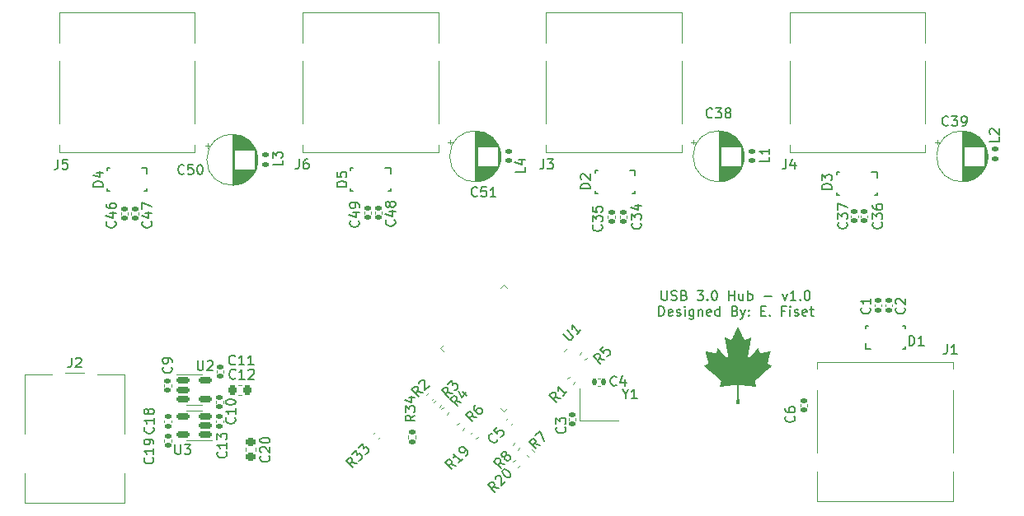
<source format=gto>
G04 #@! TF.GenerationSoftware,KiCad,Pcbnew,(6.0.8)*
G04 #@! TF.CreationDate,2023-07-25T16:12:09-04:00*
G04 #@! TF.ProjectId,Hybrid USB Hub (USB3.0),48796272-6964-4205-9553-422048756220,v1.0*
G04 #@! TF.SameCoordinates,Original*
G04 #@! TF.FileFunction,Legend,Top*
G04 #@! TF.FilePolarity,Positive*
%FSLAX46Y46*%
G04 Gerber Fmt 4.6, Leading zero omitted, Abs format (unit mm)*
G04 Created by KiCad (PCBNEW (6.0.8)) date 2023-07-25 16:12:09*
%MOMM*%
%LPD*%
G01*
G04 APERTURE LIST*
G04 Aperture macros list*
%AMRoundRect*
0 Rectangle with rounded corners*
0 $1 Rounding radius*
0 $2 $3 $4 $5 $6 $7 $8 $9 X,Y pos of 4 corners*
0 Add a 4 corners polygon primitive as box body*
4,1,4,$2,$3,$4,$5,$6,$7,$8,$9,$2,$3,0*
0 Add four circle primitives for the rounded corners*
1,1,$1+$1,$2,$3*
1,1,$1+$1,$4,$5*
1,1,$1+$1,$6,$7*
1,1,$1+$1,$8,$9*
0 Add four rect primitives between the rounded corners*
20,1,$1+$1,$2,$3,$4,$5,0*
20,1,$1+$1,$4,$5,$6,$7,0*
20,1,$1+$1,$6,$7,$8,$9,0*
20,1,$1+$1,$8,$9,$2,$3,0*%
%AMRotRect*
0 Rectangle, with rotation*
0 The origin of the aperture is its center*
0 $1 length*
0 $2 width*
0 $3 Rotation angle, in degrees counterclockwise*
0 Add horizontal line*
21,1,$1,$2,0,0,$3*%
G04 Aperture macros list end*
%ADD10C,0.150000*%
%ADD11C,0.300000*%
%ADD12C,0.120000*%
%ADD13C,0.152400*%
%ADD14RoundRect,0.140000X-0.170000X0.140000X-0.170000X-0.140000X0.170000X-0.140000X0.170000X0.140000X0*%
%ADD15RoundRect,0.135000X-0.035355X0.226274X-0.226274X0.035355X0.035355X-0.226274X0.226274X-0.035355X0*%
%ADD16RoundRect,0.140000X0.170000X-0.140000X0.170000X0.140000X-0.170000X0.140000X-0.170000X-0.140000X0*%
%ADD17C,1.200000*%
%ADD18O,1.200000X2.100000*%
%ADD19O,1.200000X2.400000*%
%ADD20R,1.600000X1.600000*%
%ADD21C,1.600000*%
%ADD22RoundRect,0.135000X0.035355X-0.226274X0.226274X-0.035355X-0.035355X0.226274X-0.226274X0.035355X0*%
%ADD23C,3.200000*%
%ADD24R,0.200000X0.499999*%
%ADD25RoundRect,0.150000X-0.512500X-0.150000X0.512500X-0.150000X0.512500X0.150000X-0.512500X0.150000X0*%
%ADD26RoundRect,0.150000X0.512500X0.150000X-0.512500X0.150000X-0.512500X-0.150000X0.512500X-0.150000X0*%
%ADD27RoundRect,0.147500X0.172500X-0.147500X0.172500X0.147500X-0.172500X0.147500X-0.172500X-0.147500X0*%
%ADD28RoundRect,0.062500X0.220971X0.309359X-0.309359X-0.220971X-0.220971X-0.309359X0.309359X0.220971X0*%
%ADD29RoundRect,0.062500X-0.220971X0.309359X-0.309359X0.220971X0.220971X-0.309359X0.309359X-0.220971X0*%
%ADD30RotRect,6.000000X6.000000X225.000000*%
%ADD31R,4.000000X2.000000*%
%ADD32O,3.300000X2.000000*%
%ADD33O,2.000000X3.500000*%
%ADD34RoundRect,0.140000X0.140000X0.170000X-0.140000X0.170000X-0.140000X-0.170000X0.140000X-0.170000X0*%
%ADD35RoundRect,0.140000X-0.021213X0.219203X-0.219203X0.021213X0.021213X-0.219203X0.219203X-0.021213X0*%
%ADD36RoundRect,0.135000X-0.185000X0.135000X-0.185000X-0.135000X0.185000X-0.135000X0.185000X0.135000X0*%
%ADD37RoundRect,0.225000X0.250000X-0.225000X0.250000X0.225000X-0.250000X0.225000X-0.250000X-0.225000X0*%
%ADD38R,1.400000X1.200000*%
%ADD39RoundRect,0.135000X-0.226274X-0.035355X-0.035355X-0.226274X0.226274X0.035355X0.035355X0.226274X0*%
%ADD40RoundRect,0.225000X-0.225000X-0.250000X0.225000X-0.250000X0.225000X0.250000X-0.225000X0.250000X0*%
%ADD41C,0.600000*%
G04 APERTURE END LIST*
D10*
X163254761Y-105947380D02*
X163254761Y-106756904D01*
X163302380Y-106852142D01*
X163350000Y-106899761D01*
X163445238Y-106947380D01*
X163635714Y-106947380D01*
X163730952Y-106899761D01*
X163778571Y-106852142D01*
X163826190Y-106756904D01*
X163826190Y-105947380D01*
X164254761Y-106899761D02*
X164397619Y-106947380D01*
X164635714Y-106947380D01*
X164730952Y-106899761D01*
X164778571Y-106852142D01*
X164826190Y-106756904D01*
X164826190Y-106661666D01*
X164778571Y-106566428D01*
X164730952Y-106518809D01*
X164635714Y-106471190D01*
X164445238Y-106423571D01*
X164350000Y-106375952D01*
X164302380Y-106328333D01*
X164254761Y-106233095D01*
X164254761Y-106137857D01*
X164302380Y-106042619D01*
X164350000Y-105995000D01*
X164445238Y-105947380D01*
X164683333Y-105947380D01*
X164826190Y-105995000D01*
X165588095Y-106423571D02*
X165730952Y-106471190D01*
X165778571Y-106518809D01*
X165826190Y-106614047D01*
X165826190Y-106756904D01*
X165778571Y-106852142D01*
X165730952Y-106899761D01*
X165635714Y-106947380D01*
X165254761Y-106947380D01*
X165254761Y-105947380D01*
X165588095Y-105947380D01*
X165683333Y-105995000D01*
X165730952Y-106042619D01*
X165778571Y-106137857D01*
X165778571Y-106233095D01*
X165730952Y-106328333D01*
X165683333Y-106375952D01*
X165588095Y-106423571D01*
X165254761Y-106423571D01*
X166921428Y-105947380D02*
X167540476Y-105947380D01*
X167207142Y-106328333D01*
X167350000Y-106328333D01*
X167445238Y-106375952D01*
X167492857Y-106423571D01*
X167540476Y-106518809D01*
X167540476Y-106756904D01*
X167492857Y-106852142D01*
X167445238Y-106899761D01*
X167350000Y-106947380D01*
X167064285Y-106947380D01*
X166969047Y-106899761D01*
X166921428Y-106852142D01*
X167969047Y-106852142D02*
X168016666Y-106899761D01*
X167969047Y-106947380D01*
X167921428Y-106899761D01*
X167969047Y-106852142D01*
X167969047Y-106947380D01*
X168635714Y-105947380D02*
X168730952Y-105947380D01*
X168826190Y-105995000D01*
X168873809Y-106042619D01*
X168921428Y-106137857D01*
X168969047Y-106328333D01*
X168969047Y-106566428D01*
X168921428Y-106756904D01*
X168873809Y-106852142D01*
X168826190Y-106899761D01*
X168730952Y-106947380D01*
X168635714Y-106947380D01*
X168540476Y-106899761D01*
X168492857Y-106852142D01*
X168445238Y-106756904D01*
X168397619Y-106566428D01*
X168397619Y-106328333D01*
X168445238Y-106137857D01*
X168492857Y-106042619D01*
X168540476Y-105995000D01*
X168635714Y-105947380D01*
X170159523Y-106947380D02*
X170159523Y-105947380D01*
X170159523Y-106423571D02*
X170730952Y-106423571D01*
X170730952Y-106947380D02*
X170730952Y-105947380D01*
X171635714Y-106280714D02*
X171635714Y-106947380D01*
X171207142Y-106280714D02*
X171207142Y-106804523D01*
X171254761Y-106899761D01*
X171350000Y-106947380D01*
X171492857Y-106947380D01*
X171588095Y-106899761D01*
X171635714Y-106852142D01*
X172111904Y-106947380D02*
X172111904Y-105947380D01*
X172111904Y-106328333D02*
X172207142Y-106280714D01*
X172397619Y-106280714D01*
X172492857Y-106328333D01*
X172540476Y-106375952D01*
X172588095Y-106471190D01*
X172588095Y-106756904D01*
X172540476Y-106852142D01*
X172492857Y-106899761D01*
X172397619Y-106947380D01*
X172207142Y-106947380D01*
X172111904Y-106899761D01*
X173778571Y-106566428D02*
X174540476Y-106566428D01*
X175683333Y-106280714D02*
X175921428Y-106947380D01*
X176159523Y-106280714D01*
X177064285Y-106947380D02*
X176492857Y-106947380D01*
X176778571Y-106947380D02*
X176778571Y-105947380D01*
X176683333Y-106090238D01*
X176588095Y-106185476D01*
X176492857Y-106233095D01*
X177492857Y-106852142D02*
X177540476Y-106899761D01*
X177492857Y-106947380D01*
X177445238Y-106899761D01*
X177492857Y-106852142D01*
X177492857Y-106947380D01*
X178159523Y-105947380D02*
X178254761Y-105947380D01*
X178350000Y-105995000D01*
X178397619Y-106042619D01*
X178445238Y-106137857D01*
X178492857Y-106328333D01*
X178492857Y-106566428D01*
X178445238Y-106756904D01*
X178397619Y-106852142D01*
X178350000Y-106899761D01*
X178254761Y-106947380D01*
X178159523Y-106947380D01*
X178064285Y-106899761D01*
X178016666Y-106852142D01*
X177969047Y-106756904D01*
X177921428Y-106566428D01*
X177921428Y-106328333D01*
X177969047Y-106137857D01*
X178016666Y-106042619D01*
X178064285Y-105995000D01*
X178159523Y-105947380D01*
X162992857Y-108557380D02*
X162992857Y-107557380D01*
X163230952Y-107557380D01*
X163373809Y-107605000D01*
X163469047Y-107700238D01*
X163516666Y-107795476D01*
X163564285Y-107985952D01*
X163564285Y-108128809D01*
X163516666Y-108319285D01*
X163469047Y-108414523D01*
X163373809Y-108509761D01*
X163230952Y-108557380D01*
X162992857Y-108557380D01*
X164373809Y-108509761D02*
X164278571Y-108557380D01*
X164088095Y-108557380D01*
X163992857Y-108509761D01*
X163945238Y-108414523D01*
X163945238Y-108033571D01*
X163992857Y-107938333D01*
X164088095Y-107890714D01*
X164278571Y-107890714D01*
X164373809Y-107938333D01*
X164421428Y-108033571D01*
X164421428Y-108128809D01*
X163945238Y-108224047D01*
X164802380Y-108509761D02*
X164897619Y-108557380D01*
X165088095Y-108557380D01*
X165183333Y-108509761D01*
X165230952Y-108414523D01*
X165230952Y-108366904D01*
X165183333Y-108271666D01*
X165088095Y-108224047D01*
X164945238Y-108224047D01*
X164850000Y-108176428D01*
X164802380Y-108081190D01*
X164802380Y-108033571D01*
X164850000Y-107938333D01*
X164945238Y-107890714D01*
X165088095Y-107890714D01*
X165183333Y-107938333D01*
X165659523Y-108557380D02*
X165659523Y-107890714D01*
X165659523Y-107557380D02*
X165611904Y-107605000D01*
X165659523Y-107652619D01*
X165707142Y-107605000D01*
X165659523Y-107557380D01*
X165659523Y-107652619D01*
X166564285Y-107890714D02*
X166564285Y-108700238D01*
X166516666Y-108795476D01*
X166469047Y-108843095D01*
X166373809Y-108890714D01*
X166230952Y-108890714D01*
X166135714Y-108843095D01*
X166564285Y-108509761D02*
X166469047Y-108557380D01*
X166278571Y-108557380D01*
X166183333Y-108509761D01*
X166135714Y-108462142D01*
X166088095Y-108366904D01*
X166088095Y-108081190D01*
X166135714Y-107985952D01*
X166183333Y-107938333D01*
X166278571Y-107890714D01*
X166469047Y-107890714D01*
X166564285Y-107938333D01*
X167040476Y-107890714D02*
X167040476Y-108557380D01*
X167040476Y-107985952D02*
X167088095Y-107938333D01*
X167183333Y-107890714D01*
X167326190Y-107890714D01*
X167421428Y-107938333D01*
X167469047Y-108033571D01*
X167469047Y-108557380D01*
X168326190Y-108509761D02*
X168230952Y-108557380D01*
X168040476Y-108557380D01*
X167945238Y-108509761D01*
X167897619Y-108414523D01*
X167897619Y-108033571D01*
X167945238Y-107938333D01*
X168040476Y-107890714D01*
X168230952Y-107890714D01*
X168326190Y-107938333D01*
X168373809Y-108033571D01*
X168373809Y-108128809D01*
X167897619Y-108224047D01*
X169230952Y-108557380D02*
X169230952Y-107557380D01*
X169230952Y-108509761D02*
X169135714Y-108557380D01*
X168945238Y-108557380D01*
X168850000Y-108509761D01*
X168802380Y-108462142D01*
X168754761Y-108366904D01*
X168754761Y-108081190D01*
X168802380Y-107985952D01*
X168850000Y-107938333D01*
X168945238Y-107890714D01*
X169135714Y-107890714D01*
X169230952Y-107938333D01*
X170802380Y-108033571D02*
X170945238Y-108081190D01*
X170992857Y-108128809D01*
X171040476Y-108224047D01*
X171040476Y-108366904D01*
X170992857Y-108462142D01*
X170945238Y-108509761D01*
X170850000Y-108557380D01*
X170469047Y-108557380D01*
X170469047Y-107557380D01*
X170802380Y-107557380D01*
X170897619Y-107605000D01*
X170945238Y-107652619D01*
X170992857Y-107747857D01*
X170992857Y-107843095D01*
X170945238Y-107938333D01*
X170897619Y-107985952D01*
X170802380Y-108033571D01*
X170469047Y-108033571D01*
X171373809Y-107890714D02*
X171611904Y-108557380D01*
X171850000Y-107890714D02*
X171611904Y-108557380D01*
X171516666Y-108795476D01*
X171469047Y-108843095D01*
X171373809Y-108890714D01*
X172230952Y-108462142D02*
X172278571Y-108509761D01*
X172230952Y-108557380D01*
X172183333Y-108509761D01*
X172230952Y-108462142D01*
X172230952Y-108557380D01*
X172230952Y-107938333D02*
X172278571Y-107985952D01*
X172230952Y-108033571D01*
X172183333Y-107985952D01*
X172230952Y-107938333D01*
X172230952Y-108033571D01*
X173469047Y-108033571D02*
X173802380Y-108033571D01*
X173945238Y-108557380D02*
X173469047Y-108557380D01*
X173469047Y-107557380D01*
X173945238Y-107557380D01*
X174373809Y-108462142D02*
X174421428Y-108509761D01*
X174373809Y-108557380D01*
X174326190Y-108509761D01*
X174373809Y-108462142D01*
X174373809Y-108557380D01*
X175945238Y-108033571D02*
X175611904Y-108033571D01*
X175611904Y-108557380D02*
X175611904Y-107557380D01*
X176088095Y-107557380D01*
X176469047Y-108557380D02*
X176469047Y-107890714D01*
X176469047Y-107557380D02*
X176421428Y-107605000D01*
X176469047Y-107652619D01*
X176516666Y-107605000D01*
X176469047Y-107557380D01*
X176469047Y-107652619D01*
X176897619Y-108509761D02*
X176992857Y-108557380D01*
X177183333Y-108557380D01*
X177278571Y-108509761D01*
X177326190Y-108414523D01*
X177326190Y-108366904D01*
X177278571Y-108271666D01*
X177183333Y-108224047D01*
X177040476Y-108224047D01*
X176945238Y-108176428D01*
X176897619Y-108081190D01*
X176897619Y-108033571D01*
X176945238Y-107938333D01*
X177040476Y-107890714D01*
X177183333Y-107890714D01*
X177278571Y-107938333D01*
X178135714Y-108509761D02*
X178040476Y-108557380D01*
X177850000Y-108557380D01*
X177754761Y-108509761D01*
X177707142Y-108414523D01*
X177707142Y-108033571D01*
X177754761Y-107938333D01*
X177850000Y-107890714D01*
X178040476Y-107890714D01*
X178135714Y-107938333D01*
X178183333Y-108033571D01*
X178183333Y-108128809D01*
X177707142Y-108224047D01*
X178469047Y-107890714D02*
X178850000Y-107890714D01*
X178611904Y-107557380D02*
X178611904Y-108414523D01*
X178659523Y-108509761D01*
X178754761Y-108557380D01*
X178850000Y-108557380D01*
X118520892Y-122537857D02*
X118568511Y-122585476D01*
X118616130Y-122728333D01*
X118616130Y-122823571D01*
X118568511Y-122966428D01*
X118473273Y-123061666D01*
X118378035Y-123109285D01*
X118187559Y-123156904D01*
X118044702Y-123156904D01*
X117854226Y-123109285D01*
X117758988Y-123061666D01*
X117663750Y-122966428D01*
X117616130Y-122823571D01*
X117616130Y-122728333D01*
X117663750Y-122585476D01*
X117711369Y-122537857D01*
X118616130Y-121585476D02*
X118616130Y-122156904D01*
X118616130Y-121871190D02*
X117616130Y-121871190D01*
X117758988Y-121966428D01*
X117854226Y-122061666D01*
X117901845Y-122156904D01*
X117616130Y-121252142D02*
X117616130Y-120633095D01*
X117997083Y-120966428D01*
X117997083Y-120823571D01*
X118044702Y-120728333D01*
X118092321Y-120680714D01*
X118187559Y-120633095D01*
X118425654Y-120633095D01*
X118520892Y-120680714D01*
X118568511Y-120728333D01*
X118616130Y-120823571D01*
X118616130Y-121109285D01*
X118568511Y-121204523D01*
X118520892Y-121252142D01*
X138722030Y-116417731D02*
X138149610Y-116316716D01*
X138317969Y-116821792D02*
X137610862Y-116114686D01*
X137880236Y-115845311D01*
X137981251Y-115811640D01*
X138048595Y-115811640D01*
X138149610Y-115845311D01*
X138250625Y-115946327D01*
X138284297Y-116047342D01*
X138284297Y-116114686D01*
X138250625Y-116215701D01*
X137981251Y-116485075D01*
X138351641Y-115508594D02*
X138351641Y-115441250D01*
X138385312Y-115340235D01*
X138553671Y-115171876D01*
X138654687Y-115138205D01*
X138722030Y-115138205D01*
X138823045Y-115171876D01*
X138890389Y-115239220D01*
X138957732Y-115373907D01*
X138957732Y-116182029D01*
X139395465Y-115744296D01*
X107127142Y-98842857D02*
X107174761Y-98890476D01*
X107222380Y-99033333D01*
X107222380Y-99128571D01*
X107174761Y-99271428D01*
X107079523Y-99366666D01*
X106984285Y-99414285D01*
X106793809Y-99461904D01*
X106650952Y-99461904D01*
X106460476Y-99414285D01*
X106365238Y-99366666D01*
X106270000Y-99271428D01*
X106222380Y-99128571D01*
X106222380Y-99033333D01*
X106270000Y-98890476D01*
X106317619Y-98842857D01*
X106555714Y-97985714D02*
X107222380Y-97985714D01*
X106174761Y-98223809D02*
X106889047Y-98461904D01*
X106889047Y-97842857D01*
X106222380Y-97033333D02*
X106222380Y-97223809D01*
X106270000Y-97319047D01*
X106317619Y-97366666D01*
X106460476Y-97461904D01*
X106650952Y-97509523D01*
X107031904Y-97509523D01*
X107127142Y-97461904D01*
X107174761Y-97414285D01*
X107222380Y-97319047D01*
X107222380Y-97128571D01*
X107174761Y-97033333D01*
X107127142Y-96985714D01*
X107031904Y-96938095D01*
X106793809Y-96938095D01*
X106698571Y-96985714D01*
X106650952Y-97033333D01*
X106603333Y-97128571D01*
X106603333Y-97319047D01*
X106650952Y-97414285D01*
X106698571Y-97461904D01*
X106793809Y-97509523D01*
X126036666Y-92432380D02*
X126036666Y-93146666D01*
X125989047Y-93289523D01*
X125893809Y-93384761D01*
X125750952Y-93432380D01*
X125655714Y-93432380D01*
X126941428Y-92432380D02*
X126750952Y-92432380D01*
X126655714Y-92480000D01*
X126608095Y-92527619D01*
X126512857Y-92670476D01*
X126465238Y-92860952D01*
X126465238Y-93241904D01*
X126512857Y-93337142D01*
X126560476Y-93384761D01*
X126655714Y-93432380D01*
X126846190Y-93432380D01*
X126941428Y-93384761D01*
X126989047Y-93337142D01*
X127036666Y-93241904D01*
X127036666Y-93003809D01*
X126989047Y-92908571D01*
X126941428Y-92860952D01*
X126846190Y-92813333D01*
X126655714Y-92813333D01*
X126560476Y-92860952D01*
X126512857Y-92908571D01*
X126465238Y-93003809D01*
X168472030Y-88087142D02*
X168424411Y-88134761D01*
X168281554Y-88182380D01*
X168186316Y-88182380D01*
X168043459Y-88134761D01*
X167948221Y-88039523D01*
X167900602Y-87944285D01*
X167852983Y-87753809D01*
X167852983Y-87610952D01*
X167900602Y-87420476D01*
X167948221Y-87325238D01*
X168043459Y-87230000D01*
X168186316Y-87182380D01*
X168281554Y-87182380D01*
X168424411Y-87230000D01*
X168472030Y-87277619D01*
X168805364Y-87182380D02*
X169424411Y-87182380D01*
X169091078Y-87563333D01*
X169233935Y-87563333D01*
X169329173Y-87610952D01*
X169376792Y-87658571D01*
X169424411Y-87753809D01*
X169424411Y-87991904D01*
X169376792Y-88087142D01*
X169329173Y-88134761D01*
X169233935Y-88182380D01*
X168948221Y-88182380D01*
X168852983Y-88134761D01*
X168805364Y-88087142D01*
X169995840Y-87610952D02*
X169900602Y-87563333D01*
X169852983Y-87515714D01*
X169805364Y-87420476D01*
X169805364Y-87372857D01*
X169852983Y-87277619D01*
X169900602Y-87230000D01*
X169995840Y-87182380D01*
X170186316Y-87182380D01*
X170281554Y-87230000D01*
X170329173Y-87277619D01*
X170376792Y-87372857D01*
X170376792Y-87420476D01*
X170329173Y-87515714D01*
X170281554Y-87563333D01*
X170186316Y-87610952D01*
X169995840Y-87610952D01*
X169900602Y-87658571D01*
X169852983Y-87706190D01*
X169805364Y-87801428D01*
X169805364Y-87991904D01*
X169852983Y-88087142D01*
X169900602Y-88134761D01*
X169995840Y-88182380D01*
X170186316Y-88182380D01*
X170281554Y-88134761D01*
X170329173Y-88087142D01*
X170376792Y-87991904D01*
X170376792Y-87801428D01*
X170329173Y-87706190D01*
X170281554Y-87658571D01*
X170186316Y-87610952D01*
X157077142Y-99192857D02*
X157124761Y-99240476D01*
X157172380Y-99383333D01*
X157172380Y-99478571D01*
X157124761Y-99621428D01*
X157029523Y-99716666D01*
X156934285Y-99764285D01*
X156743809Y-99811904D01*
X156600952Y-99811904D01*
X156410476Y-99764285D01*
X156315238Y-99716666D01*
X156220000Y-99621428D01*
X156172380Y-99478571D01*
X156172380Y-99383333D01*
X156220000Y-99240476D01*
X156267619Y-99192857D01*
X156172380Y-98859523D02*
X156172380Y-98240476D01*
X156553333Y-98573809D01*
X156553333Y-98430952D01*
X156600952Y-98335714D01*
X156648571Y-98288095D01*
X156743809Y-98240476D01*
X156981904Y-98240476D01*
X157077142Y-98288095D01*
X157124761Y-98335714D01*
X157172380Y-98430952D01*
X157172380Y-98716666D01*
X157124761Y-98811904D01*
X157077142Y-98859523D01*
X156172380Y-97335714D02*
X156172380Y-97811904D01*
X156648571Y-97859523D01*
X156600952Y-97811904D01*
X156553333Y-97716666D01*
X156553333Y-97478571D01*
X156600952Y-97383333D01*
X156648571Y-97335714D01*
X156743809Y-97288095D01*
X156981904Y-97288095D01*
X157077142Y-97335714D01*
X157124761Y-97383333D01*
X157172380Y-97478571D01*
X157172380Y-97716666D01*
X157124761Y-97811904D01*
X157077142Y-97859523D01*
X144327142Y-96187142D02*
X144279523Y-96234761D01*
X144136666Y-96282380D01*
X144041428Y-96282380D01*
X143898571Y-96234761D01*
X143803333Y-96139523D01*
X143755714Y-96044285D01*
X143708095Y-95853809D01*
X143708095Y-95710952D01*
X143755714Y-95520476D01*
X143803333Y-95425238D01*
X143898571Y-95330000D01*
X144041428Y-95282380D01*
X144136666Y-95282380D01*
X144279523Y-95330000D01*
X144327142Y-95377619D01*
X145231904Y-95282380D02*
X144755714Y-95282380D01*
X144708095Y-95758571D01*
X144755714Y-95710952D01*
X144850952Y-95663333D01*
X145089047Y-95663333D01*
X145184285Y-95710952D01*
X145231904Y-95758571D01*
X145279523Y-95853809D01*
X145279523Y-96091904D01*
X145231904Y-96187142D01*
X145184285Y-96234761D01*
X145089047Y-96282380D01*
X144850952Y-96282380D01*
X144755714Y-96234761D01*
X144708095Y-96187142D01*
X146231904Y-96282380D02*
X145660476Y-96282380D01*
X145946190Y-96282380D02*
X145946190Y-95282380D01*
X145850952Y-95425238D01*
X145755714Y-95520476D01*
X145660476Y-95568095D01*
D11*
X169757428Y-112888000D02*
X169612285Y-112815428D01*
X169394571Y-112815428D01*
X169176857Y-112888000D01*
X169031714Y-113033142D01*
X168959142Y-113178285D01*
X168886571Y-113468571D01*
X168886571Y-113686285D01*
X168959142Y-113976571D01*
X169031714Y-114121714D01*
X169176857Y-114266857D01*
X169394571Y-114339428D01*
X169539714Y-114339428D01*
X169757428Y-114266857D01*
X169830000Y-114194285D01*
X169830000Y-113686285D01*
X169539714Y-113686285D01*
X170700857Y-112815428D02*
X170700857Y-113178285D01*
X170338000Y-113033142D02*
X170700857Y-113178285D01*
X171063714Y-113033142D01*
X170483142Y-113468571D02*
X170700857Y-113178285D01*
X170918571Y-113468571D01*
X171862000Y-112815428D02*
X171862000Y-113178285D01*
X171499142Y-113033142D02*
X171862000Y-113178285D01*
X172224857Y-113033142D01*
X171644285Y-113468571D02*
X171862000Y-113178285D01*
X172079714Y-113468571D01*
X173023142Y-112815428D02*
X173023142Y-113178285D01*
X172660285Y-113033142D02*
X173023142Y-113178285D01*
X173386000Y-113033142D01*
X172805428Y-113468571D02*
X173023142Y-113178285D01*
X173240857Y-113468571D01*
D10*
X147172030Y-123817732D02*
X146599610Y-123716717D01*
X146767969Y-124221793D02*
X146060862Y-123514687D01*
X146330236Y-123245312D01*
X146431251Y-123211641D01*
X146498595Y-123211641D01*
X146599610Y-123245312D01*
X146700625Y-123346328D01*
X146734297Y-123447343D01*
X146734297Y-123514687D01*
X146700625Y-123615702D01*
X146431251Y-123885076D01*
X147172030Y-123009610D02*
X147071015Y-123043282D01*
X147003671Y-123043282D01*
X146902656Y-123009610D01*
X146868984Y-122975938D01*
X146835312Y-122874923D01*
X146835312Y-122807580D01*
X146868984Y-122706564D01*
X147003671Y-122571877D01*
X147104687Y-122538206D01*
X147172030Y-122538206D01*
X147273045Y-122571877D01*
X147306717Y-122605549D01*
X147340389Y-122706564D01*
X147340389Y-122773908D01*
X147306717Y-122874923D01*
X147172030Y-123009610D01*
X147138358Y-123110625D01*
X147138358Y-123177969D01*
X147172030Y-123278984D01*
X147306717Y-123413671D01*
X147407732Y-123447343D01*
X147475076Y-123447343D01*
X147576091Y-123413671D01*
X147710778Y-123278984D01*
X147744450Y-123177969D01*
X147744450Y-123110625D01*
X147710778Y-123009610D01*
X147576091Y-122874923D01*
X147475076Y-122841251D01*
X147407732Y-122841251D01*
X147306717Y-122874923D01*
X153327142Y-119996666D02*
X153374761Y-120044285D01*
X153422380Y-120187142D01*
X153422380Y-120282380D01*
X153374761Y-120425238D01*
X153279523Y-120520476D01*
X153184285Y-120568095D01*
X152993809Y-120615714D01*
X152850952Y-120615714D01*
X152660476Y-120568095D01*
X152565238Y-120520476D01*
X152470000Y-120425238D01*
X152422380Y-120282380D01*
X152422380Y-120187142D01*
X152470000Y-120044285D01*
X152517619Y-119996666D01*
X152422380Y-119663333D02*
X152422380Y-119044285D01*
X152803333Y-119377619D01*
X152803333Y-119234761D01*
X152850952Y-119139523D01*
X152898571Y-119091904D01*
X152993809Y-119044285D01*
X153231904Y-119044285D01*
X153327142Y-119091904D01*
X153374761Y-119139523D01*
X153422380Y-119234761D01*
X153422380Y-119520476D01*
X153374761Y-119615714D01*
X153327142Y-119663333D01*
X151136666Y-92432380D02*
X151136666Y-93146666D01*
X151089047Y-93289523D01*
X150993809Y-93384761D01*
X150850952Y-93432380D01*
X150755714Y-93432380D01*
X151517619Y-92432380D02*
X152136666Y-92432380D01*
X151803333Y-92813333D01*
X151946190Y-92813333D01*
X152041428Y-92860952D01*
X152089047Y-92908571D01*
X152136666Y-93003809D01*
X152136666Y-93241904D01*
X152089047Y-93337142D01*
X152041428Y-93384761D01*
X151946190Y-93432380D01*
X151660476Y-93432380D01*
X151565238Y-93384761D01*
X151517619Y-93337142D01*
X142149688Y-123940074D02*
X141577269Y-123839059D01*
X141745627Y-124344135D02*
X141038521Y-123637028D01*
X141307895Y-123367654D01*
X141408910Y-123333982D01*
X141476253Y-123333982D01*
X141577269Y-123367654D01*
X141678284Y-123468669D01*
X141711956Y-123569685D01*
X141711956Y-123637028D01*
X141678284Y-123738043D01*
X141408910Y-124007417D01*
X142823124Y-123266639D02*
X142419063Y-123670700D01*
X142621093Y-123468669D02*
X141913986Y-122761562D01*
X141947658Y-122929921D01*
X141947658Y-123064608D01*
X141913986Y-123165624D01*
X143159841Y-122929921D02*
X143294528Y-122795234D01*
X143328200Y-122694219D01*
X143328200Y-122626875D01*
X143294528Y-122458517D01*
X143193513Y-122290158D01*
X142924139Y-122020784D01*
X142823124Y-121987112D01*
X142755780Y-121987112D01*
X142654765Y-122020784D01*
X142520078Y-122155471D01*
X142486406Y-122256486D01*
X142486406Y-122323830D01*
X142520078Y-122424845D01*
X142688437Y-122593204D01*
X142789452Y-122626875D01*
X142856795Y-122626875D01*
X142957811Y-122593204D01*
X143092498Y-122458517D01*
X143126169Y-122357501D01*
X143126169Y-122290158D01*
X143092498Y-122189143D01*
X119417142Y-119012857D02*
X119464761Y-119060476D01*
X119512380Y-119203333D01*
X119512380Y-119298571D01*
X119464761Y-119441428D01*
X119369523Y-119536666D01*
X119274285Y-119584285D01*
X119083809Y-119631904D01*
X118940952Y-119631904D01*
X118750476Y-119584285D01*
X118655238Y-119536666D01*
X118560000Y-119441428D01*
X118512380Y-119298571D01*
X118512380Y-119203333D01*
X118560000Y-119060476D01*
X118607619Y-119012857D01*
X119512380Y-118060476D02*
X119512380Y-118631904D01*
X119512380Y-118346190D02*
X118512380Y-118346190D01*
X118655238Y-118441428D01*
X118750476Y-118536666D01*
X118798095Y-118631904D01*
X118512380Y-117441428D02*
X118512380Y-117346190D01*
X118560000Y-117250952D01*
X118607619Y-117203333D01*
X118702857Y-117155714D01*
X118893333Y-117108095D01*
X119131428Y-117108095D01*
X119321904Y-117155714D01*
X119417142Y-117203333D01*
X119464761Y-117250952D01*
X119512380Y-117346190D01*
X119512380Y-117441428D01*
X119464761Y-117536666D01*
X119417142Y-117584285D01*
X119321904Y-117631904D01*
X119131428Y-117679523D01*
X118893333Y-117679523D01*
X118702857Y-117631904D01*
X118607619Y-117584285D01*
X118560000Y-117536666D01*
X118512380Y-117441428D01*
X101286666Y-92457380D02*
X101286666Y-93171666D01*
X101239047Y-93314523D01*
X101143809Y-93409761D01*
X101000952Y-93457380D01*
X100905714Y-93457380D01*
X102239047Y-92457380D02*
X101762857Y-92457380D01*
X101715238Y-92933571D01*
X101762857Y-92885952D01*
X101858095Y-92838333D01*
X102096190Y-92838333D01*
X102191428Y-92885952D01*
X102239047Y-92933571D01*
X102286666Y-93028809D01*
X102286666Y-93266904D01*
X102239047Y-93362142D01*
X102191428Y-93409761D01*
X102096190Y-93457380D01*
X101858095Y-93457380D01*
X101762857Y-93409761D01*
X101715238Y-93362142D01*
X130922380Y-95243095D02*
X129922380Y-95243095D01*
X129922380Y-95005000D01*
X129970000Y-94862142D01*
X130065238Y-94766904D01*
X130160476Y-94719285D01*
X130350952Y-94671666D01*
X130493809Y-94671666D01*
X130684285Y-94719285D01*
X130779523Y-94766904D01*
X130874761Y-94862142D01*
X130922380Y-95005000D01*
X130922380Y-95243095D01*
X129922380Y-93766904D02*
X129922380Y-94243095D01*
X130398571Y-94290714D01*
X130350952Y-94243095D01*
X130303333Y-94147857D01*
X130303333Y-93909761D01*
X130350952Y-93814523D01*
X130398571Y-93766904D01*
X130493809Y-93719285D01*
X130731904Y-93719285D01*
X130827142Y-93766904D01*
X130874761Y-93814523D01*
X130922380Y-93909761D01*
X130922380Y-94147857D01*
X130874761Y-94243095D01*
X130827142Y-94290714D01*
X115618095Y-113142380D02*
X115618095Y-113951904D01*
X115665714Y-114047142D01*
X115713333Y-114094761D01*
X115808571Y-114142380D01*
X115999047Y-114142380D01*
X116094285Y-114094761D01*
X116141904Y-114047142D01*
X116189523Y-113951904D01*
X116189523Y-113142380D01*
X116618095Y-113237619D02*
X116665714Y-113190000D01*
X116760952Y-113142380D01*
X116999047Y-113142380D01*
X117094285Y-113190000D01*
X117141904Y-113237619D01*
X117189523Y-113332857D01*
X117189523Y-113428095D01*
X117141904Y-113570952D01*
X116570476Y-114142380D01*
X117189523Y-114142380D01*
X111025892Y-120012857D02*
X111073511Y-120060476D01*
X111121130Y-120203333D01*
X111121130Y-120298571D01*
X111073511Y-120441428D01*
X110978273Y-120536666D01*
X110883035Y-120584285D01*
X110692559Y-120631904D01*
X110549702Y-120631904D01*
X110359226Y-120584285D01*
X110263988Y-120536666D01*
X110168750Y-120441428D01*
X110121130Y-120298571D01*
X110121130Y-120203333D01*
X110168750Y-120060476D01*
X110216369Y-120012857D01*
X111121130Y-119060476D02*
X111121130Y-119631904D01*
X111121130Y-119346190D02*
X110121130Y-119346190D01*
X110263988Y-119441428D01*
X110359226Y-119536666D01*
X110406845Y-119631904D01*
X110549702Y-118489047D02*
X110502083Y-118584285D01*
X110454464Y-118631904D01*
X110359226Y-118679523D01*
X110311607Y-118679523D01*
X110216369Y-118631904D01*
X110168750Y-118584285D01*
X110121130Y-118489047D01*
X110121130Y-118298571D01*
X110168750Y-118203333D01*
X110216369Y-118155714D01*
X110311607Y-118108095D01*
X110359226Y-118108095D01*
X110454464Y-118155714D01*
X110502083Y-118203333D01*
X110549702Y-118298571D01*
X110549702Y-118489047D01*
X110597321Y-118584285D01*
X110644940Y-118631904D01*
X110740178Y-118679523D01*
X110930654Y-118679523D01*
X111025892Y-118631904D01*
X111073511Y-118584285D01*
X111121130Y-118489047D01*
X111121130Y-118298571D01*
X111073511Y-118203333D01*
X111025892Y-118155714D01*
X110930654Y-118108095D01*
X110740178Y-118108095D01*
X110644940Y-118155714D01*
X110597321Y-118203333D01*
X110549702Y-118298571D01*
X111007142Y-123132857D02*
X111054761Y-123180476D01*
X111102380Y-123323333D01*
X111102380Y-123418571D01*
X111054761Y-123561428D01*
X110959523Y-123656666D01*
X110864285Y-123704285D01*
X110673809Y-123751904D01*
X110530952Y-123751904D01*
X110340476Y-123704285D01*
X110245238Y-123656666D01*
X110150000Y-123561428D01*
X110102380Y-123418571D01*
X110102380Y-123323333D01*
X110150000Y-123180476D01*
X110197619Y-123132857D01*
X111102380Y-122180476D02*
X111102380Y-122751904D01*
X111102380Y-122466190D02*
X110102380Y-122466190D01*
X110245238Y-122561428D01*
X110340476Y-122656666D01*
X110388095Y-122751904D01*
X111102380Y-121704285D02*
X111102380Y-121513809D01*
X111054761Y-121418571D01*
X111007142Y-121370952D01*
X110864285Y-121275714D01*
X110673809Y-121228095D01*
X110292857Y-121228095D01*
X110197619Y-121275714D01*
X110150000Y-121323333D01*
X110102380Y-121418571D01*
X110102380Y-121609047D01*
X110150000Y-121704285D01*
X110197619Y-121751904D01*
X110292857Y-121799523D01*
X110530952Y-121799523D01*
X110626190Y-121751904D01*
X110673809Y-121704285D01*
X110721428Y-121609047D01*
X110721428Y-121418571D01*
X110673809Y-121323333D01*
X110626190Y-121275714D01*
X110530952Y-121228095D01*
X113306845Y-121772380D02*
X113306845Y-122581904D01*
X113354464Y-122677142D01*
X113402083Y-122724761D01*
X113497321Y-122772380D01*
X113687797Y-122772380D01*
X113783035Y-122724761D01*
X113830654Y-122677142D01*
X113878273Y-122581904D01*
X113878273Y-121772380D01*
X114259226Y-121772380D02*
X114878273Y-121772380D01*
X114544940Y-122153333D01*
X114687797Y-122153333D01*
X114783035Y-122200952D01*
X114830654Y-122248571D01*
X114878273Y-122343809D01*
X114878273Y-122581904D01*
X114830654Y-122677142D01*
X114783035Y-122724761D01*
X114687797Y-122772380D01*
X114402083Y-122772380D01*
X114306845Y-122724761D01*
X114259226Y-122677142D01*
X174322380Y-92196666D02*
X174322380Y-92672857D01*
X173322380Y-92672857D01*
X174322380Y-91339523D02*
X174322380Y-91910952D01*
X174322380Y-91625238D02*
X173322380Y-91625238D01*
X173465238Y-91720476D01*
X173560476Y-91815714D01*
X173608095Y-91910952D01*
X197922380Y-90146666D02*
X197922380Y-90622857D01*
X196922380Y-90622857D01*
X197017619Y-89860952D02*
X196970000Y-89813333D01*
X196922380Y-89718095D01*
X196922380Y-89480000D01*
X196970000Y-89384761D01*
X197017619Y-89337142D01*
X197112857Y-89289523D01*
X197208095Y-89289523D01*
X197350952Y-89337142D01*
X197922380Y-89908571D01*
X197922380Y-89289523D01*
X153144026Y-110431522D02*
X153716446Y-111003942D01*
X153817461Y-111037614D01*
X153884805Y-111037614D01*
X153985820Y-111003942D01*
X154120507Y-110869255D01*
X154154179Y-110768240D01*
X154154179Y-110700896D01*
X154120507Y-110599881D01*
X153548087Y-110027461D01*
X154962301Y-110027461D02*
X154558240Y-110431522D01*
X154760270Y-110229492D02*
X154053164Y-109522385D01*
X154086835Y-109690744D01*
X154086835Y-109825431D01*
X154053164Y-109926446D01*
X102661666Y-112852380D02*
X102661666Y-113566666D01*
X102614047Y-113709523D01*
X102518809Y-113804761D01*
X102375952Y-113852380D01*
X102280714Y-113852380D01*
X103090238Y-112947619D02*
X103137857Y-112900000D01*
X103233095Y-112852380D01*
X103471190Y-112852380D01*
X103566428Y-112900000D01*
X103614047Y-112947619D01*
X103661666Y-113042857D01*
X103661666Y-113138095D01*
X103614047Y-113280952D01*
X103042619Y-113852380D01*
X103661666Y-113852380D01*
X192586666Y-111482380D02*
X192586666Y-112196666D01*
X192539047Y-112339523D01*
X192443809Y-112434761D01*
X192300952Y-112482380D01*
X192205714Y-112482380D01*
X193586666Y-112482380D02*
X193015238Y-112482380D01*
X193300952Y-112482380D02*
X193300952Y-111482380D01*
X193205714Y-111625238D01*
X193110476Y-111720476D01*
X193015238Y-111768095D01*
X158628045Y-115646062D02*
X158580426Y-115693681D01*
X158437569Y-115741300D01*
X158342331Y-115741300D01*
X158199473Y-115693681D01*
X158104235Y-115598443D01*
X158056616Y-115503205D01*
X158008997Y-115312729D01*
X158008997Y-115169872D01*
X158056616Y-114979396D01*
X158104235Y-114884158D01*
X158199473Y-114788920D01*
X158342331Y-114741300D01*
X158437569Y-114741300D01*
X158580426Y-114788920D01*
X158628045Y-114836539D01*
X159485188Y-115074634D02*
X159485188Y-115741300D01*
X159247092Y-114693681D02*
X159008997Y-115407967D01*
X159628045Y-115407967D01*
X146404687Y-121250389D02*
X146404687Y-121317732D01*
X146337343Y-121452419D01*
X146270000Y-121519763D01*
X146135312Y-121587106D01*
X146000625Y-121587106D01*
X145899610Y-121553435D01*
X145731251Y-121452419D01*
X145630236Y-121351404D01*
X145529221Y-121183045D01*
X145495549Y-121082030D01*
X145495549Y-120947343D01*
X145562893Y-120812656D01*
X145630236Y-120745312D01*
X145764923Y-120677969D01*
X145832267Y-120677969D01*
X146404687Y-119970862D02*
X146067969Y-120307580D01*
X146371015Y-120677969D01*
X146371015Y-120610625D01*
X146404687Y-120509610D01*
X146573045Y-120341251D01*
X146674061Y-120307580D01*
X146741404Y-120307580D01*
X146842419Y-120341251D01*
X147010778Y-120509610D01*
X147044450Y-120610625D01*
X147044450Y-120677969D01*
X147010778Y-120778984D01*
X146842419Y-120947343D01*
X146741404Y-120981015D01*
X146674061Y-120981015D01*
X114227142Y-93887142D02*
X114179523Y-93934761D01*
X114036666Y-93982380D01*
X113941428Y-93982380D01*
X113798571Y-93934761D01*
X113703333Y-93839523D01*
X113655714Y-93744285D01*
X113608095Y-93553809D01*
X113608095Y-93410952D01*
X113655714Y-93220476D01*
X113703333Y-93125238D01*
X113798571Y-93030000D01*
X113941428Y-92982380D01*
X114036666Y-92982380D01*
X114179523Y-93030000D01*
X114227142Y-93077619D01*
X115131904Y-92982380D02*
X114655714Y-92982380D01*
X114608095Y-93458571D01*
X114655714Y-93410952D01*
X114750952Y-93363333D01*
X114989047Y-93363333D01*
X115084285Y-93410952D01*
X115131904Y-93458571D01*
X115179523Y-93553809D01*
X115179523Y-93791904D01*
X115131904Y-93887142D01*
X115084285Y-93934761D01*
X114989047Y-93982380D01*
X114750952Y-93982380D01*
X114655714Y-93934761D01*
X114608095Y-93887142D01*
X115798571Y-92982380D02*
X115893809Y-92982380D01*
X115989047Y-93030000D01*
X116036666Y-93077619D01*
X116084285Y-93172857D01*
X116131904Y-93363333D01*
X116131904Y-93601428D01*
X116084285Y-93791904D01*
X116036666Y-93887142D01*
X115989047Y-93934761D01*
X115893809Y-93982380D01*
X115798571Y-93982380D01*
X115703333Y-93934761D01*
X115655714Y-93887142D01*
X115608095Y-93791904D01*
X115560476Y-93601428D01*
X115560476Y-93363333D01*
X115608095Y-93172857D01*
X115655714Y-93077619D01*
X115703333Y-93030000D01*
X115798571Y-92982380D01*
X144272030Y-119017732D02*
X143699610Y-118916717D01*
X143867969Y-119421793D02*
X143160862Y-118714687D01*
X143430236Y-118445312D01*
X143531251Y-118411641D01*
X143598595Y-118411641D01*
X143699610Y-118445312D01*
X143800625Y-118546328D01*
X143834297Y-118647343D01*
X143834297Y-118714687D01*
X143800625Y-118815702D01*
X143531251Y-119085076D01*
X144171015Y-117704534D02*
X144036328Y-117839221D01*
X144002656Y-117940236D01*
X144002656Y-118007580D01*
X144036328Y-118175938D01*
X144137343Y-118344297D01*
X144406717Y-118613671D01*
X144507732Y-118647343D01*
X144575076Y-118647343D01*
X144676091Y-118613671D01*
X144810778Y-118478984D01*
X144844450Y-118377969D01*
X144844450Y-118310625D01*
X144810778Y-118209610D01*
X144642419Y-118041251D01*
X144541404Y-118007580D01*
X144474061Y-118007580D01*
X144373045Y-118041251D01*
X144238358Y-118175938D01*
X144204687Y-118276954D01*
X144204687Y-118344297D01*
X144238358Y-118445312D01*
X155922380Y-95468095D02*
X154922380Y-95468095D01*
X154922380Y-95230000D01*
X154970000Y-95087142D01*
X155065238Y-94991904D01*
X155160476Y-94944285D01*
X155350952Y-94896666D01*
X155493809Y-94896666D01*
X155684285Y-94944285D01*
X155779523Y-94991904D01*
X155874761Y-95087142D01*
X155922380Y-95230000D01*
X155922380Y-95468095D01*
X155017619Y-94515714D02*
X154970000Y-94468095D01*
X154922380Y-94372857D01*
X154922380Y-94134761D01*
X154970000Y-94039523D01*
X155017619Y-93991904D01*
X155112857Y-93944285D01*
X155208095Y-93944285D01*
X155350952Y-93991904D01*
X155922380Y-94563333D01*
X155922380Y-93944285D01*
X137942380Y-118769074D02*
X137466190Y-119102407D01*
X137942380Y-119340502D02*
X136942380Y-119340502D01*
X136942380Y-118959550D01*
X136990000Y-118864312D01*
X137037619Y-118816693D01*
X137132857Y-118769074D01*
X137275714Y-118769074D01*
X137370952Y-118816693D01*
X137418571Y-118864312D01*
X137466190Y-118959550D01*
X137466190Y-119340502D01*
X136942380Y-118435740D02*
X136942380Y-117816693D01*
X137323333Y-118150026D01*
X137323333Y-118007169D01*
X137370952Y-117911931D01*
X137418571Y-117864312D01*
X137513809Y-117816693D01*
X137751904Y-117816693D01*
X137847142Y-117864312D01*
X137894761Y-117911931D01*
X137942380Y-118007169D01*
X137942380Y-118292883D01*
X137894761Y-118388121D01*
X137847142Y-118435740D01*
X137275714Y-116959550D02*
X137942380Y-116959550D01*
X136894761Y-117197645D02*
X137609047Y-117435740D01*
X137609047Y-116816693D01*
X122937142Y-122962857D02*
X122984761Y-123010476D01*
X123032380Y-123153333D01*
X123032380Y-123248571D01*
X122984761Y-123391428D01*
X122889523Y-123486666D01*
X122794285Y-123534285D01*
X122603809Y-123581904D01*
X122460952Y-123581904D01*
X122270476Y-123534285D01*
X122175238Y-123486666D01*
X122080000Y-123391428D01*
X122032380Y-123248571D01*
X122032380Y-123153333D01*
X122080000Y-123010476D01*
X122127619Y-122962857D01*
X122127619Y-122581904D02*
X122080000Y-122534285D01*
X122032380Y-122439047D01*
X122032380Y-122200952D01*
X122080000Y-122105714D01*
X122127619Y-122058095D01*
X122222857Y-122010476D01*
X122318095Y-122010476D01*
X122460952Y-122058095D01*
X123032380Y-122629523D01*
X123032380Y-122010476D01*
X122032380Y-121391428D02*
X122032380Y-121296190D01*
X122080000Y-121200952D01*
X122127619Y-121153333D01*
X122222857Y-121105714D01*
X122413333Y-121058095D01*
X122651428Y-121058095D01*
X122841904Y-121105714D01*
X122937142Y-121153333D01*
X122984761Y-121200952D01*
X123032380Y-121296190D01*
X123032380Y-121391428D01*
X122984761Y-121486666D01*
X122937142Y-121534285D01*
X122841904Y-121581904D01*
X122651428Y-121629523D01*
X122413333Y-121629523D01*
X122222857Y-121581904D01*
X122127619Y-121534285D01*
X122080000Y-121486666D01*
X122032380Y-121391428D01*
X135827142Y-98680693D02*
X135874761Y-98728312D01*
X135922380Y-98871169D01*
X135922380Y-98966407D01*
X135874761Y-99109264D01*
X135779523Y-99204502D01*
X135684285Y-99252121D01*
X135493809Y-99299740D01*
X135350952Y-99299740D01*
X135160476Y-99252121D01*
X135065238Y-99204502D01*
X134970000Y-99109264D01*
X134922380Y-98966407D01*
X134922380Y-98871169D01*
X134970000Y-98728312D01*
X135017619Y-98680693D01*
X135255714Y-97823550D02*
X135922380Y-97823550D01*
X134874761Y-98061645D02*
X135589047Y-98299740D01*
X135589047Y-97680693D01*
X135350952Y-97156883D02*
X135303333Y-97252121D01*
X135255714Y-97299740D01*
X135160476Y-97347359D01*
X135112857Y-97347359D01*
X135017619Y-97299740D01*
X134970000Y-97252121D01*
X134922380Y-97156883D01*
X134922380Y-96966407D01*
X134970000Y-96871169D01*
X135017619Y-96823550D01*
X135112857Y-96775931D01*
X135160476Y-96775931D01*
X135255714Y-96823550D01*
X135303333Y-96871169D01*
X135350952Y-96966407D01*
X135350952Y-97156883D01*
X135398571Y-97252121D01*
X135446190Y-97299740D01*
X135541428Y-97347359D01*
X135731904Y-97347359D01*
X135827142Y-97299740D01*
X135874761Y-97252121D01*
X135922380Y-97156883D01*
X135922380Y-96966407D01*
X135874761Y-96871169D01*
X135827142Y-96823550D01*
X135731904Y-96775931D01*
X135541428Y-96775931D01*
X135446190Y-96823550D01*
X135398571Y-96871169D01*
X135350952Y-96966407D01*
X161077142Y-98992857D02*
X161124761Y-99040476D01*
X161172380Y-99183333D01*
X161172380Y-99278571D01*
X161124761Y-99421428D01*
X161029523Y-99516666D01*
X160934285Y-99564285D01*
X160743809Y-99611904D01*
X160600952Y-99611904D01*
X160410476Y-99564285D01*
X160315238Y-99516666D01*
X160220000Y-99421428D01*
X160172380Y-99278571D01*
X160172380Y-99183333D01*
X160220000Y-99040476D01*
X160267619Y-98992857D01*
X160172380Y-98659523D02*
X160172380Y-98040476D01*
X160553333Y-98373809D01*
X160553333Y-98230952D01*
X160600952Y-98135714D01*
X160648571Y-98088095D01*
X160743809Y-98040476D01*
X160981904Y-98040476D01*
X161077142Y-98088095D01*
X161124761Y-98135714D01*
X161172380Y-98230952D01*
X161172380Y-98516666D01*
X161124761Y-98611904D01*
X161077142Y-98659523D01*
X160505714Y-97183333D02*
X161172380Y-97183333D01*
X160124761Y-97421428D02*
X160839047Y-97659523D01*
X160839047Y-97040476D01*
X180722380Y-95518112D02*
X179722380Y-95518112D01*
X179722380Y-95280017D01*
X179770000Y-95137159D01*
X179865238Y-95041921D01*
X179960476Y-94994302D01*
X180150952Y-94946683D01*
X180293809Y-94946683D01*
X180484285Y-94994302D01*
X180579523Y-95041921D01*
X180674761Y-95137159D01*
X180722380Y-95280017D01*
X180722380Y-95518112D01*
X179722380Y-94613350D02*
X179722380Y-93994302D01*
X180103333Y-94327636D01*
X180103333Y-94184778D01*
X180150952Y-94089540D01*
X180198571Y-94041921D01*
X180293809Y-93994302D01*
X180531904Y-93994302D01*
X180627142Y-94041921D01*
X180674761Y-94089540D01*
X180722380Y-94184778D01*
X180722380Y-94470493D01*
X180674761Y-94565731D01*
X180627142Y-94613350D01*
X142672030Y-117417732D02*
X142099610Y-117316717D01*
X142267969Y-117821793D02*
X141560862Y-117114687D01*
X141830236Y-116845312D01*
X141931251Y-116811641D01*
X141998595Y-116811641D01*
X142099610Y-116845312D01*
X142200625Y-116946328D01*
X142234297Y-117047343D01*
X142234297Y-117114687D01*
X142200625Y-117215702D01*
X141931251Y-117485076D01*
X142806717Y-116340236D02*
X143278122Y-116811641D01*
X142368984Y-116239221D02*
X142705702Y-116912656D01*
X143143435Y-116474923D01*
X188177142Y-107696666D02*
X188224761Y-107744285D01*
X188272380Y-107887142D01*
X188272380Y-107982380D01*
X188224761Y-108125238D01*
X188129523Y-108220476D01*
X188034285Y-108268095D01*
X187843809Y-108315714D01*
X187700952Y-108315714D01*
X187510476Y-108268095D01*
X187415238Y-108220476D01*
X187320000Y-108125238D01*
X187272380Y-107982380D01*
X187272380Y-107887142D01*
X187320000Y-107744285D01*
X187367619Y-107696666D01*
X187367619Y-107315714D02*
X187320000Y-107268095D01*
X187272380Y-107172857D01*
X187272380Y-106934761D01*
X187320000Y-106839523D01*
X187367619Y-106791904D01*
X187462857Y-106744285D01*
X187558095Y-106744285D01*
X187700952Y-106791904D01*
X188272380Y-107363333D01*
X188272380Y-106744285D01*
X176036666Y-92432380D02*
X176036666Y-93146666D01*
X175989047Y-93289523D01*
X175893809Y-93384761D01*
X175750952Y-93432380D01*
X175655714Y-93432380D01*
X176941428Y-92765714D02*
X176941428Y-93432380D01*
X176703333Y-92384761D02*
X176465238Y-93099047D01*
X177084285Y-93099047D01*
X112905892Y-113816666D02*
X112953511Y-113864285D01*
X113001130Y-114007142D01*
X113001130Y-114102380D01*
X112953511Y-114245238D01*
X112858273Y-114340476D01*
X112763035Y-114388095D01*
X112572559Y-114435714D01*
X112429702Y-114435714D01*
X112239226Y-114388095D01*
X112143988Y-114340476D01*
X112048750Y-114245238D01*
X112001130Y-114102380D01*
X112001130Y-114007142D01*
X112048750Y-113864285D01*
X112096369Y-113816666D01*
X113001130Y-113340476D02*
X113001130Y-113150000D01*
X112953511Y-113054761D01*
X112905892Y-113007142D01*
X112763035Y-112911904D01*
X112572559Y-112864285D01*
X112191607Y-112864285D01*
X112096369Y-112911904D01*
X112048750Y-112959523D01*
X112001130Y-113054761D01*
X112001130Y-113245238D01*
X112048750Y-113340476D01*
X112096369Y-113388095D01*
X112191607Y-113435714D01*
X112429702Y-113435714D01*
X112524940Y-113388095D01*
X112572559Y-113340476D01*
X112620178Y-113245238D01*
X112620178Y-113054761D01*
X112572559Y-112959523D01*
X112524940Y-112911904D01*
X112429702Y-112864285D01*
X146535312Y-126254449D02*
X145962893Y-126153434D01*
X146131251Y-126658510D02*
X145424145Y-125951403D01*
X145693519Y-125682029D01*
X145794534Y-125648357D01*
X145861877Y-125648357D01*
X145962893Y-125682029D01*
X146063908Y-125783044D01*
X146097580Y-125884060D01*
X146097580Y-125951403D01*
X146063908Y-126052418D01*
X145794534Y-126321792D01*
X146164923Y-125345311D02*
X146164923Y-125277968D01*
X146198595Y-125176953D01*
X146366954Y-125008594D01*
X146467969Y-124974922D01*
X146535312Y-124974922D01*
X146636328Y-125008594D01*
X146703671Y-125075937D01*
X146771015Y-125210624D01*
X146771015Y-126018747D01*
X147208748Y-125581014D01*
X146939374Y-124436174D02*
X147006717Y-124368831D01*
X147107732Y-124335159D01*
X147175076Y-124335159D01*
X147276091Y-124368831D01*
X147444450Y-124469846D01*
X147612809Y-124638205D01*
X147713824Y-124806563D01*
X147747496Y-124907579D01*
X147747496Y-124974922D01*
X147713824Y-125075937D01*
X147646480Y-125143281D01*
X147545465Y-125176953D01*
X147478122Y-125176953D01*
X147377106Y-125143281D01*
X147208748Y-125042266D01*
X147040389Y-124873907D01*
X146939374Y-124705548D01*
X146905702Y-124604533D01*
X146905702Y-124537189D01*
X146939374Y-124436174D01*
X176857142Y-118866666D02*
X176904761Y-118914285D01*
X176952380Y-119057142D01*
X176952380Y-119152380D01*
X176904761Y-119295238D01*
X176809523Y-119390476D01*
X176714285Y-119438095D01*
X176523809Y-119485714D01*
X176380952Y-119485714D01*
X176190476Y-119438095D01*
X176095238Y-119390476D01*
X176000000Y-119295238D01*
X175952380Y-119152380D01*
X175952380Y-119057142D01*
X176000000Y-118914285D01*
X176047619Y-118866666D01*
X175952380Y-118009523D02*
X175952380Y-118200000D01*
X176000000Y-118295238D01*
X176047619Y-118342857D01*
X176190476Y-118438095D01*
X176380952Y-118485714D01*
X176761904Y-118485714D01*
X176857142Y-118438095D01*
X176904761Y-118390476D01*
X176952380Y-118295238D01*
X176952380Y-118104761D01*
X176904761Y-118009523D01*
X176857142Y-117961904D01*
X176761904Y-117914285D01*
X176523809Y-117914285D01*
X176428571Y-117961904D01*
X176380952Y-118009523D01*
X176333333Y-118104761D01*
X176333333Y-118295238D01*
X176380952Y-118390476D01*
X176428571Y-118438095D01*
X176523809Y-118485714D01*
X152852198Y-117029380D02*
X152279778Y-116928365D01*
X152448137Y-117433441D02*
X151741030Y-116726335D01*
X152010404Y-116456960D01*
X152111419Y-116423289D01*
X152178763Y-116423289D01*
X152279778Y-116456960D01*
X152380793Y-116557976D01*
X152414465Y-116658991D01*
X152414465Y-116726335D01*
X152380793Y-116827350D01*
X152111419Y-117096724D01*
X153525633Y-116355945D02*
X153121572Y-116760006D01*
X153323603Y-116557976D02*
X152616496Y-115850869D01*
X152650168Y-116019228D01*
X152650168Y-116153915D01*
X152616496Y-116254930D01*
X192697034Y-88912125D02*
X192649415Y-88959744D01*
X192506558Y-89007363D01*
X192411320Y-89007363D01*
X192268463Y-88959744D01*
X192173225Y-88864506D01*
X192125606Y-88769268D01*
X192077987Y-88578792D01*
X192077987Y-88435935D01*
X192125606Y-88245459D01*
X192173225Y-88150221D01*
X192268463Y-88054983D01*
X192411320Y-88007363D01*
X192506558Y-88007363D01*
X192649415Y-88054983D01*
X192697034Y-88102602D01*
X193030368Y-88007363D02*
X193649415Y-88007363D01*
X193316082Y-88388316D01*
X193458939Y-88388316D01*
X193554177Y-88435935D01*
X193601796Y-88483554D01*
X193649415Y-88578792D01*
X193649415Y-88816887D01*
X193601796Y-88912125D01*
X193554177Y-88959744D01*
X193458939Y-89007363D01*
X193173225Y-89007363D01*
X193077987Y-88959744D01*
X193030368Y-88912125D01*
X194125606Y-89007363D02*
X194316082Y-89007363D01*
X194411320Y-88959744D01*
X194458939Y-88912125D01*
X194554177Y-88769268D01*
X194601796Y-88578792D01*
X194601796Y-88197840D01*
X194554177Y-88102602D01*
X194506558Y-88054983D01*
X194411320Y-88007363D01*
X194220844Y-88007363D01*
X194125606Y-88054983D01*
X194077987Y-88102602D01*
X194030368Y-88197840D01*
X194030368Y-88435935D01*
X194077987Y-88531173D01*
X194125606Y-88578792D01*
X194220844Y-88626411D01*
X194411320Y-88626411D01*
X194506558Y-88578792D01*
X194554177Y-88531173D01*
X194601796Y-88435935D01*
X159543521Y-116590110D02*
X159543521Y-117066300D01*
X159210188Y-116066300D02*
X159543521Y-116590110D01*
X159876854Y-116066300D01*
X160733997Y-117066300D02*
X160162569Y-117066300D01*
X160448283Y-117066300D02*
X160448283Y-116066300D01*
X160353045Y-116209158D01*
X160257807Y-116304396D01*
X160162569Y-116352015D01*
X150772030Y-121817732D02*
X150199610Y-121716717D01*
X150367969Y-122221793D02*
X149660862Y-121514687D01*
X149930236Y-121245312D01*
X150031251Y-121211641D01*
X150098595Y-121211641D01*
X150199610Y-121245312D01*
X150300625Y-121346328D01*
X150334297Y-121447343D01*
X150334297Y-121514687D01*
X150300625Y-121615702D01*
X150031251Y-121885076D01*
X150300625Y-120874923D02*
X150772030Y-120403519D01*
X151176091Y-121413671D01*
X105897380Y-95243095D02*
X104897380Y-95243095D01*
X104897380Y-95005000D01*
X104945000Y-94862142D01*
X105040238Y-94766904D01*
X105135476Y-94719285D01*
X105325952Y-94671666D01*
X105468809Y-94671666D01*
X105659285Y-94719285D01*
X105754523Y-94766904D01*
X105849761Y-94862142D01*
X105897380Y-95005000D01*
X105897380Y-95243095D01*
X105230714Y-93814523D02*
X105897380Y-93814523D01*
X104849761Y-94052619D02*
X105564047Y-94290714D01*
X105564047Y-93671666D01*
X119500892Y-114952142D02*
X119453273Y-114999761D01*
X119310416Y-115047380D01*
X119215178Y-115047380D01*
X119072321Y-114999761D01*
X118977083Y-114904523D01*
X118929464Y-114809285D01*
X118881845Y-114618809D01*
X118881845Y-114475952D01*
X118929464Y-114285476D01*
X118977083Y-114190238D01*
X119072321Y-114095000D01*
X119215178Y-114047380D01*
X119310416Y-114047380D01*
X119453273Y-114095000D01*
X119500892Y-114142619D01*
X120453273Y-115047380D02*
X119881845Y-115047380D01*
X120167559Y-115047380D02*
X120167559Y-114047380D01*
X120072321Y-114190238D01*
X119977083Y-114285476D01*
X119881845Y-114333095D01*
X120834226Y-114142619D02*
X120881845Y-114095000D01*
X120977083Y-114047380D01*
X121215178Y-114047380D01*
X121310416Y-114095000D01*
X121358035Y-114142619D01*
X121405654Y-114237857D01*
X121405654Y-114333095D01*
X121358035Y-114475952D01*
X120786607Y-115047380D01*
X121405654Y-115047380D01*
X185827142Y-98942857D02*
X185874761Y-98990476D01*
X185922380Y-99133333D01*
X185922380Y-99228571D01*
X185874761Y-99371428D01*
X185779523Y-99466666D01*
X185684285Y-99514285D01*
X185493809Y-99561904D01*
X185350952Y-99561904D01*
X185160476Y-99514285D01*
X185065238Y-99466666D01*
X184970000Y-99371428D01*
X184922380Y-99228571D01*
X184922380Y-99133333D01*
X184970000Y-98990476D01*
X185017619Y-98942857D01*
X184922380Y-98609523D02*
X184922380Y-97990476D01*
X185303333Y-98323809D01*
X185303333Y-98180952D01*
X185350952Y-98085714D01*
X185398571Y-98038095D01*
X185493809Y-97990476D01*
X185731904Y-97990476D01*
X185827142Y-98038095D01*
X185874761Y-98085714D01*
X185922380Y-98180952D01*
X185922380Y-98466666D01*
X185874761Y-98561904D01*
X185827142Y-98609523D01*
X184922380Y-97133333D02*
X184922380Y-97323809D01*
X184970000Y-97419047D01*
X185017619Y-97466666D01*
X185160476Y-97561904D01*
X185350952Y-97609523D01*
X185731904Y-97609523D01*
X185827142Y-97561904D01*
X185874761Y-97514285D01*
X185922380Y-97419047D01*
X185922380Y-97228571D01*
X185874761Y-97133333D01*
X185827142Y-97085714D01*
X185731904Y-97038095D01*
X185493809Y-97038095D01*
X185398571Y-97085714D01*
X185350952Y-97133333D01*
X185303333Y-97228571D01*
X185303333Y-97419047D01*
X185350952Y-97514285D01*
X185398571Y-97561904D01*
X185493809Y-97609523D01*
X110827142Y-98842857D02*
X110874761Y-98890476D01*
X110922380Y-99033333D01*
X110922380Y-99128571D01*
X110874761Y-99271428D01*
X110779523Y-99366666D01*
X110684285Y-99414285D01*
X110493809Y-99461904D01*
X110350952Y-99461904D01*
X110160476Y-99414285D01*
X110065238Y-99366666D01*
X109970000Y-99271428D01*
X109922380Y-99128571D01*
X109922380Y-99033333D01*
X109970000Y-98890476D01*
X110017619Y-98842857D01*
X110255714Y-97985714D02*
X110922380Y-97985714D01*
X109874761Y-98223809D02*
X110589047Y-98461904D01*
X110589047Y-97842857D01*
X109922380Y-97557142D02*
X109922380Y-96890476D01*
X110922380Y-97319047D01*
X182267142Y-98942857D02*
X182314761Y-98990476D01*
X182362380Y-99133333D01*
X182362380Y-99228571D01*
X182314761Y-99371428D01*
X182219523Y-99466666D01*
X182124285Y-99514285D01*
X181933809Y-99561904D01*
X181790952Y-99561904D01*
X181600476Y-99514285D01*
X181505238Y-99466666D01*
X181410000Y-99371428D01*
X181362380Y-99228571D01*
X181362380Y-99133333D01*
X181410000Y-98990476D01*
X181457619Y-98942857D01*
X181362380Y-98609523D02*
X181362380Y-97990476D01*
X181743333Y-98323809D01*
X181743333Y-98180952D01*
X181790952Y-98085714D01*
X181838571Y-98038095D01*
X181933809Y-97990476D01*
X182171904Y-97990476D01*
X182267142Y-98038095D01*
X182314761Y-98085714D01*
X182362380Y-98180952D01*
X182362380Y-98466666D01*
X182314761Y-98561904D01*
X182267142Y-98609523D01*
X181362380Y-97657142D02*
X181362380Y-96990476D01*
X182362380Y-97419047D01*
X131949688Y-123740073D02*
X131377269Y-123639058D01*
X131545627Y-124144134D02*
X130838521Y-123437027D01*
X131107895Y-123167653D01*
X131208910Y-123133981D01*
X131276253Y-123133981D01*
X131377269Y-123167653D01*
X131478284Y-123268668D01*
X131511956Y-123369684D01*
X131511956Y-123437027D01*
X131478284Y-123538042D01*
X131208910Y-123807416D01*
X131478284Y-122797264D02*
X131916017Y-122359531D01*
X131949688Y-122864607D01*
X132050704Y-122763592D01*
X132151719Y-122729920D01*
X132219063Y-122729920D01*
X132320078Y-122763592D01*
X132488437Y-122931951D01*
X132522108Y-123032966D01*
X132522108Y-123100310D01*
X132488437Y-123201325D01*
X132286406Y-123403355D01*
X132185391Y-123437027D01*
X132118047Y-123437027D01*
X132151719Y-122123829D02*
X132589452Y-121686096D01*
X132623124Y-122191172D01*
X132724139Y-122090157D01*
X132825154Y-122056485D01*
X132892498Y-122056485D01*
X132993513Y-122090157D01*
X133161872Y-122258516D01*
X133195543Y-122359531D01*
X133195543Y-122426874D01*
X133161872Y-122527890D01*
X132959841Y-122729920D01*
X132858826Y-122763592D01*
X132791482Y-122763592D01*
X119455892Y-113497142D02*
X119408273Y-113544761D01*
X119265416Y-113592380D01*
X119170178Y-113592380D01*
X119027321Y-113544761D01*
X118932083Y-113449523D01*
X118884464Y-113354285D01*
X118836845Y-113163809D01*
X118836845Y-113020952D01*
X118884464Y-112830476D01*
X118932083Y-112735238D01*
X119027321Y-112640000D01*
X119170178Y-112592380D01*
X119265416Y-112592380D01*
X119408273Y-112640000D01*
X119455892Y-112687619D01*
X120408273Y-113592380D02*
X119836845Y-113592380D01*
X120122559Y-113592380D02*
X120122559Y-112592380D01*
X120027321Y-112735238D01*
X119932083Y-112830476D01*
X119836845Y-112878095D01*
X121360654Y-113592380D02*
X120789226Y-113592380D01*
X121074940Y-113592380D02*
X121074940Y-112592380D01*
X120979702Y-112735238D01*
X120884464Y-112830476D01*
X120789226Y-112878095D01*
X132127142Y-98772857D02*
X132174761Y-98820476D01*
X132222380Y-98963333D01*
X132222380Y-99058571D01*
X132174761Y-99201428D01*
X132079523Y-99296666D01*
X131984285Y-99344285D01*
X131793809Y-99391904D01*
X131650952Y-99391904D01*
X131460476Y-99344285D01*
X131365238Y-99296666D01*
X131270000Y-99201428D01*
X131222380Y-99058571D01*
X131222380Y-98963333D01*
X131270000Y-98820476D01*
X131317619Y-98772857D01*
X131555714Y-97915714D02*
X132222380Y-97915714D01*
X131174761Y-98153809D02*
X131889047Y-98391904D01*
X131889047Y-97772857D01*
X132222380Y-97344285D02*
X132222380Y-97153809D01*
X132174761Y-97058571D01*
X132127142Y-97010952D01*
X131984285Y-96915714D01*
X131793809Y-96868095D01*
X131412857Y-96868095D01*
X131317619Y-96915714D01*
X131270000Y-96963333D01*
X131222380Y-97058571D01*
X131222380Y-97249047D01*
X131270000Y-97344285D01*
X131317619Y-97391904D01*
X131412857Y-97439523D01*
X131650952Y-97439523D01*
X131746190Y-97391904D01*
X131793809Y-97344285D01*
X131841428Y-97249047D01*
X131841428Y-97058571D01*
X131793809Y-96963333D01*
X131746190Y-96915714D01*
X131650952Y-96868095D01*
X157402030Y-113037732D02*
X156829610Y-112936717D01*
X156997969Y-113441793D02*
X156290862Y-112734687D01*
X156560236Y-112465312D01*
X156661251Y-112431641D01*
X156728595Y-112431641D01*
X156829610Y-112465312D01*
X156930625Y-112566328D01*
X156964297Y-112667343D01*
X156964297Y-112734687D01*
X156930625Y-112835702D01*
X156661251Y-113105076D01*
X157334687Y-111690862D02*
X156997969Y-112027580D01*
X157301015Y-112397969D01*
X157301015Y-112330625D01*
X157334687Y-112229610D01*
X157503045Y-112061251D01*
X157604061Y-112027580D01*
X157671404Y-112027580D01*
X157772419Y-112061251D01*
X157940778Y-112229610D01*
X157974450Y-112330625D01*
X157974450Y-112397969D01*
X157940778Y-112498984D01*
X157772419Y-112667343D01*
X157671404Y-112701015D01*
X157604061Y-112701015D01*
X149222380Y-93271666D02*
X149222380Y-93747857D01*
X148222380Y-93747857D01*
X148555714Y-92509761D02*
X149222380Y-92509761D01*
X148174761Y-92747857D02*
X148889047Y-92985952D01*
X148889047Y-92366904D01*
X124322380Y-92546666D02*
X124322380Y-93022857D01*
X123322380Y-93022857D01*
X123322380Y-92308571D02*
X123322380Y-91689523D01*
X123703333Y-92022857D01*
X123703333Y-91880000D01*
X123750952Y-91784761D01*
X123798571Y-91737142D01*
X123893809Y-91689523D01*
X124131904Y-91689523D01*
X124227142Y-91737142D01*
X124274761Y-91784761D01*
X124322380Y-91880000D01*
X124322380Y-92165714D01*
X124274761Y-92260952D01*
X124227142Y-92308571D01*
X141772030Y-116517732D02*
X141199610Y-116416717D01*
X141367969Y-116921793D02*
X140660862Y-116214687D01*
X140930236Y-115945312D01*
X141031251Y-115911641D01*
X141098595Y-115911641D01*
X141199610Y-115945312D01*
X141300625Y-116046328D01*
X141334297Y-116147343D01*
X141334297Y-116214687D01*
X141300625Y-116315702D01*
X141031251Y-116585076D01*
X141300625Y-115574923D02*
X141738358Y-115137190D01*
X141772030Y-115642267D01*
X141873045Y-115541251D01*
X141974061Y-115507580D01*
X142041404Y-115507580D01*
X142142419Y-115541251D01*
X142310778Y-115709610D01*
X142344450Y-115810625D01*
X142344450Y-115877969D01*
X142310778Y-115978984D01*
X142108748Y-116181015D01*
X142007732Y-116214687D01*
X141940389Y-116214687D01*
X188681904Y-111582380D02*
X188681904Y-110582380D01*
X188920000Y-110582380D01*
X189062857Y-110630000D01*
X189158095Y-110725238D01*
X189205714Y-110820476D01*
X189253333Y-111010952D01*
X189253333Y-111153809D01*
X189205714Y-111344285D01*
X189158095Y-111439523D01*
X189062857Y-111534761D01*
X188920000Y-111582380D01*
X188681904Y-111582380D01*
X190205714Y-111582380D02*
X189634285Y-111582380D01*
X189920000Y-111582380D02*
X189920000Y-110582380D01*
X189824761Y-110725238D01*
X189729523Y-110820476D01*
X189634285Y-110868095D01*
X184627142Y-107696666D02*
X184674761Y-107744285D01*
X184722380Y-107887142D01*
X184722380Y-107982380D01*
X184674761Y-108125238D01*
X184579523Y-108220476D01*
X184484285Y-108268095D01*
X184293809Y-108315714D01*
X184150952Y-108315714D01*
X183960476Y-108268095D01*
X183865238Y-108220476D01*
X183770000Y-108125238D01*
X183722380Y-107982380D01*
X183722380Y-107887142D01*
X183770000Y-107744285D01*
X183817619Y-107696666D01*
X184722380Y-106744285D02*
X184722380Y-107315714D01*
X184722380Y-107030000D02*
X183722380Y-107030000D01*
X183865238Y-107125238D01*
X183960476Y-107220476D01*
X184008095Y-107315714D01*
D12*
X117503750Y-119287164D02*
X117503750Y-119502836D01*
X118223750Y-119287164D02*
X118223750Y-119502836D01*
X139349316Y-116463283D02*
X139132035Y-116680564D01*
X139886717Y-117000684D02*
X139669436Y-117217965D01*
X108810000Y-98107836D02*
X108810000Y-97892164D01*
X109530000Y-98107836D02*
X109530000Y-97892164D01*
X126410000Y-77320000D02*
X126410000Y-80430000D01*
X140330000Y-82330000D02*
X140330000Y-88780000D01*
X140330000Y-77320000D02*
X140330000Y-80430000D01*
X126410000Y-82330000D02*
X126410000Y-88780000D01*
X126410000Y-91690000D02*
X126410000Y-90980000D01*
X140330000Y-91690000D02*
X140330000Y-90980000D01*
X140330000Y-91690000D02*
X126410000Y-91690000D01*
X140330000Y-77320000D02*
X126410000Y-77320000D01*
X171355888Y-90811000D02*
X171355888Y-91090000D01*
X171635888Y-91453000D02*
X171635888Y-92807000D01*
X171395888Y-90879000D02*
X171395888Y-91090000D01*
X169514888Y-89580000D02*
X169514888Y-91090000D01*
X171195888Y-93170000D02*
X171195888Y-93684000D01*
X169474888Y-93170000D02*
X169474888Y-94686000D01*
X169234888Y-89552000D02*
X169234888Y-94708000D01*
X170795888Y-90159000D02*
X170795888Y-91090000D01*
X170995888Y-90345000D02*
X170995888Y-91090000D01*
X171035888Y-93170000D02*
X171035888Y-93873000D01*
X169634888Y-93170000D02*
X169634888Y-94658000D01*
X170195888Y-89782000D02*
X170195888Y-91090000D01*
X170555888Y-89981000D02*
X170555888Y-91090000D01*
X170235888Y-93170000D02*
X170235888Y-94459000D01*
X171235888Y-93170000D02*
X171235888Y-93630000D01*
X170675888Y-93170000D02*
X170675888Y-94195000D01*
X170275888Y-89820000D02*
X170275888Y-91090000D01*
X169354888Y-89561000D02*
X169354888Y-91090000D01*
X171435888Y-90952000D02*
X171435888Y-93308000D01*
X166310113Y-90655000D02*
X166810113Y-90655000D01*
X170715888Y-90095000D02*
X170715888Y-91090000D01*
X170395888Y-89883000D02*
X170395888Y-91090000D01*
X170875888Y-90229000D02*
X170875888Y-91090000D01*
X170515888Y-89955000D02*
X170515888Y-91090000D01*
X170635888Y-90035000D02*
X170635888Y-91090000D01*
X169594888Y-93170000D02*
X169594888Y-94666000D01*
X170075888Y-89732000D02*
X170075888Y-91090000D01*
X169714888Y-89619000D02*
X169714888Y-91090000D01*
X166560113Y-90405000D02*
X166560113Y-90905000D01*
X170595888Y-90008000D02*
X170595888Y-91090000D01*
X169875888Y-89662000D02*
X169875888Y-91090000D01*
X170755888Y-93170000D02*
X170755888Y-94134000D01*
X170475888Y-89930000D02*
X170475888Y-91090000D01*
X169915888Y-93170000D02*
X169915888Y-94585000D01*
X171355888Y-93170000D02*
X171355888Y-93449000D01*
X169835888Y-93170000D02*
X169835888Y-94610000D01*
X169394888Y-93170000D02*
X169394888Y-94695000D01*
X170915888Y-90266000D02*
X170915888Y-91090000D01*
X169754888Y-93170000D02*
X169754888Y-94631000D01*
X170235888Y-89801000D02*
X170235888Y-91090000D01*
X169154888Y-89550000D02*
X169154888Y-94710000D01*
X170355888Y-89862000D02*
X170355888Y-91090000D01*
X170195888Y-93170000D02*
X170195888Y-94478000D01*
X170275888Y-93170000D02*
X170275888Y-94440000D01*
X171115888Y-90477000D02*
X171115888Y-91090000D01*
X169674888Y-89610000D02*
X169674888Y-91090000D01*
X169955888Y-89688000D02*
X169955888Y-91090000D01*
X170115888Y-93170000D02*
X170115888Y-94512000D01*
X169434888Y-93170000D02*
X169434888Y-94691000D01*
X171315888Y-93170000D02*
X171315888Y-93513000D01*
X170075888Y-93170000D02*
X170075888Y-94528000D01*
X171275888Y-90687000D02*
X171275888Y-91090000D01*
X169875888Y-93170000D02*
X169875888Y-94598000D01*
X169394888Y-89565000D02*
X169394888Y-91090000D01*
X171155888Y-93170000D02*
X171155888Y-93735000D01*
X170835888Y-90193000D02*
X170835888Y-91090000D01*
X169554888Y-89587000D02*
X169554888Y-91090000D01*
X171475888Y-91032000D02*
X171475888Y-93228000D01*
X169754888Y-89629000D02*
X169754888Y-91090000D01*
X170355888Y-93170000D02*
X170355888Y-94398000D01*
X171315888Y-90747000D02*
X171315888Y-91090000D01*
X169674888Y-93170000D02*
X169674888Y-94650000D01*
X171595888Y-91325000D02*
X171595888Y-92935000D01*
X170115888Y-89748000D02*
X170115888Y-91090000D01*
X171515888Y-91119000D02*
X171515888Y-93141000D01*
X170435888Y-89906000D02*
X170435888Y-91090000D01*
X171035888Y-90387000D02*
X171035888Y-91090000D01*
X171395888Y-93170000D02*
X171395888Y-93381000D01*
X170875888Y-93170000D02*
X170875888Y-94031000D01*
X170475888Y-93170000D02*
X170475888Y-94330000D01*
X170675888Y-90065000D02*
X170675888Y-91090000D01*
X171155888Y-90525000D02*
X171155888Y-91090000D01*
X171075888Y-93170000D02*
X171075888Y-93829000D01*
X169634888Y-89602000D02*
X169634888Y-91090000D01*
X169554888Y-93170000D02*
X169554888Y-94673000D01*
X169434888Y-89569000D02*
X169434888Y-91090000D01*
X169114888Y-89550000D02*
X169114888Y-94710000D01*
X169594888Y-89594000D02*
X169594888Y-91090000D01*
X169995888Y-89702000D02*
X169995888Y-91090000D01*
X169194888Y-89551000D02*
X169194888Y-94709000D01*
X169274888Y-89554000D02*
X169274888Y-94706000D01*
X170995888Y-93170000D02*
X170995888Y-93915000D01*
X170955888Y-90304000D02*
X170955888Y-91090000D01*
X169474888Y-89574000D02*
X169474888Y-91090000D01*
X170795888Y-93170000D02*
X170795888Y-94101000D01*
X171195888Y-90576000D02*
X171195888Y-91090000D01*
X170915888Y-93170000D02*
X170915888Y-93994000D01*
X171075888Y-90431000D02*
X171075888Y-91090000D01*
X171235888Y-90630000D02*
X171235888Y-91090000D01*
X170595888Y-93170000D02*
X170595888Y-94252000D01*
X171115888Y-93170000D02*
X171115888Y-93783000D01*
X170155888Y-93170000D02*
X170155888Y-94495000D01*
X170955888Y-93170000D02*
X170955888Y-93956000D01*
X170395888Y-93170000D02*
X170395888Y-94377000D01*
X170035888Y-89716000D02*
X170035888Y-91090000D01*
X170315888Y-93170000D02*
X170315888Y-94420000D01*
X170755888Y-90126000D02*
X170755888Y-91090000D01*
X169995888Y-93170000D02*
X169995888Y-94558000D01*
X170515888Y-93170000D02*
X170515888Y-94305000D01*
X169714888Y-93170000D02*
X169714888Y-94641000D01*
X171555888Y-91215000D02*
X171555888Y-93045000D01*
X170635888Y-93170000D02*
X170635888Y-94225000D01*
X169915888Y-89675000D02*
X169915888Y-91090000D01*
X169835888Y-89650000D02*
X169835888Y-91090000D01*
X169794888Y-89639000D02*
X169794888Y-91090000D01*
X171675888Y-91612000D02*
X171675888Y-92648000D01*
X170035888Y-93170000D02*
X170035888Y-94544000D01*
X170155888Y-89765000D02*
X170155888Y-91090000D01*
X169354888Y-93170000D02*
X169354888Y-94699000D01*
X170315888Y-89840000D02*
X170315888Y-91090000D01*
X170835888Y-93170000D02*
X170835888Y-94067000D01*
X170435888Y-93170000D02*
X170435888Y-94354000D01*
X169794888Y-93170000D02*
X169794888Y-94621000D01*
X171715888Y-91846000D02*
X171715888Y-92414000D01*
X169955888Y-93170000D02*
X169955888Y-94572000D01*
X170715888Y-93170000D02*
X170715888Y-94165000D01*
X170555888Y-93170000D02*
X170555888Y-94279000D01*
X171275888Y-93170000D02*
X171275888Y-93573000D01*
X169514888Y-93170000D02*
X169514888Y-94680000D01*
X169314888Y-89557000D02*
X169314888Y-94703000D01*
X171734888Y-92130000D02*
G75*
G03*
X171734888Y-92130000I-2620000J0D01*
G01*
X158480000Y-98457836D02*
X158480000Y-98242164D01*
X157760000Y-98457836D02*
X157760000Y-98242164D01*
X144835888Y-93170000D02*
X144835888Y-94610000D01*
X145275888Y-93170000D02*
X145275888Y-94440000D01*
X145635888Y-93170000D02*
X145635888Y-94225000D01*
X146195888Y-90576000D02*
X146195888Y-91090000D01*
X145595888Y-93170000D02*
X145595888Y-94252000D01*
X146035888Y-93170000D02*
X146035888Y-93873000D01*
X144835888Y-89650000D02*
X144835888Y-91090000D01*
X141310113Y-90655000D02*
X141810113Y-90655000D01*
X146635888Y-91453000D02*
X146635888Y-92807000D01*
X145115888Y-93170000D02*
X145115888Y-94512000D01*
X145555888Y-89981000D02*
X145555888Y-91090000D01*
X145795888Y-90159000D02*
X145795888Y-91090000D01*
X141560113Y-90405000D02*
X141560113Y-90905000D01*
X145915888Y-90266000D02*
X145915888Y-91090000D01*
X145915888Y-93170000D02*
X145915888Y-93994000D01*
X144514888Y-89580000D02*
X144514888Y-91090000D01*
X145395888Y-89883000D02*
X145395888Y-91090000D01*
X145435888Y-89906000D02*
X145435888Y-91090000D01*
X145875888Y-90229000D02*
X145875888Y-91090000D01*
X145515888Y-93170000D02*
X145515888Y-94305000D01*
X145715888Y-90095000D02*
X145715888Y-91090000D01*
X145515888Y-89955000D02*
X145515888Y-91090000D01*
X146435888Y-90952000D02*
X146435888Y-93308000D01*
X144434888Y-93170000D02*
X144434888Y-94691000D01*
X145955888Y-90304000D02*
X145955888Y-91090000D01*
X145755888Y-90126000D02*
X145755888Y-91090000D01*
X145875888Y-93170000D02*
X145875888Y-94031000D01*
X146155888Y-93170000D02*
X146155888Y-93735000D01*
X146315888Y-90747000D02*
X146315888Y-91090000D01*
X145835888Y-93170000D02*
X145835888Y-94067000D01*
X144714888Y-89619000D02*
X144714888Y-91090000D01*
X146235888Y-93170000D02*
X146235888Y-93630000D01*
X146675888Y-91612000D02*
X146675888Y-92648000D01*
X146115888Y-93170000D02*
X146115888Y-93783000D01*
X145475888Y-89930000D02*
X145475888Y-91090000D01*
X146235888Y-90630000D02*
X146235888Y-91090000D01*
X145355888Y-93170000D02*
X145355888Y-94398000D01*
X144794888Y-93170000D02*
X144794888Y-94621000D01*
X144875888Y-89662000D02*
X144875888Y-91090000D01*
X146075888Y-93170000D02*
X146075888Y-93829000D01*
X146715888Y-91846000D02*
X146715888Y-92414000D01*
X146155888Y-90525000D02*
X146155888Y-91090000D01*
X145115888Y-89748000D02*
X145115888Y-91090000D01*
X145995888Y-90345000D02*
X145995888Y-91090000D01*
X145235888Y-93170000D02*
X145235888Y-94459000D01*
X144154888Y-89550000D02*
X144154888Y-94710000D01*
X146195888Y-93170000D02*
X146195888Y-93684000D01*
X144314888Y-89557000D02*
X144314888Y-94703000D01*
X145795888Y-93170000D02*
X145795888Y-94101000D01*
X145315888Y-93170000D02*
X145315888Y-94420000D01*
X144234888Y-89552000D02*
X144234888Y-94708000D01*
X144514888Y-93170000D02*
X144514888Y-94680000D01*
X145315888Y-89840000D02*
X145315888Y-91090000D01*
X144354888Y-93170000D02*
X144354888Y-94699000D01*
X144714888Y-93170000D02*
X144714888Y-94641000D01*
X145755888Y-93170000D02*
X145755888Y-94134000D01*
X145955888Y-93170000D02*
X145955888Y-93956000D01*
X145555888Y-93170000D02*
X145555888Y-94279000D01*
X145635888Y-90035000D02*
X145635888Y-91090000D01*
X146395888Y-93170000D02*
X146395888Y-93381000D01*
X144474888Y-89574000D02*
X144474888Y-91090000D01*
X144114888Y-89550000D02*
X144114888Y-94710000D01*
X145195888Y-93170000D02*
X145195888Y-94478000D01*
X144915888Y-93170000D02*
X144915888Y-94585000D01*
X146395888Y-90879000D02*
X146395888Y-91090000D01*
X145075888Y-89732000D02*
X145075888Y-91090000D01*
X145395888Y-93170000D02*
X145395888Y-94377000D01*
X144394888Y-89565000D02*
X144394888Y-91090000D01*
X146275888Y-93170000D02*
X146275888Y-93573000D01*
X145675888Y-90065000D02*
X145675888Y-91090000D01*
X145595888Y-90008000D02*
X145595888Y-91090000D01*
X145195888Y-89782000D02*
X145195888Y-91090000D01*
X144995888Y-89702000D02*
X144995888Y-91090000D01*
X145155888Y-93170000D02*
X145155888Y-94495000D01*
X146475888Y-91032000D02*
X146475888Y-93228000D01*
X145715888Y-93170000D02*
X145715888Y-94165000D01*
X144754888Y-89629000D02*
X144754888Y-91090000D01*
X144594888Y-89594000D02*
X144594888Y-91090000D01*
X146555888Y-91215000D02*
X146555888Y-93045000D01*
X144875888Y-93170000D02*
X144875888Y-94598000D01*
X144394888Y-93170000D02*
X144394888Y-94695000D01*
X146275888Y-90687000D02*
X146275888Y-91090000D01*
X146355888Y-93170000D02*
X146355888Y-93449000D01*
X144674888Y-89610000D02*
X144674888Y-91090000D01*
X145835888Y-90193000D02*
X145835888Y-91090000D01*
X144915888Y-89675000D02*
X144915888Y-91090000D01*
X145675888Y-93170000D02*
X145675888Y-94195000D01*
X146515888Y-91119000D02*
X146515888Y-93141000D01*
X146355888Y-90811000D02*
X146355888Y-91090000D01*
X144955888Y-93170000D02*
X144955888Y-94572000D01*
X144354888Y-89561000D02*
X144354888Y-91090000D01*
X144995888Y-93170000D02*
X144995888Y-94558000D01*
X146035888Y-90387000D02*
X146035888Y-91090000D01*
X144474888Y-93170000D02*
X144474888Y-94686000D01*
X146075888Y-90431000D02*
X146075888Y-91090000D01*
X146595888Y-91325000D02*
X146595888Y-92935000D01*
X144434888Y-89569000D02*
X144434888Y-91090000D01*
X146315888Y-93170000D02*
X146315888Y-93513000D01*
X144554888Y-93170000D02*
X144554888Y-94673000D01*
X145475888Y-93170000D02*
X145475888Y-94330000D01*
X145235888Y-89801000D02*
X145235888Y-91090000D01*
X144194888Y-89551000D02*
X144194888Y-94709000D01*
X144794888Y-89639000D02*
X144794888Y-91090000D01*
X145155888Y-89765000D02*
X145155888Y-91090000D01*
X145435888Y-93170000D02*
X145435888Y-94354000D01*
X145035888Y-93170000D02*
X145035888Y-94544000D01*
X144274888Y-89554000D02*
X144274888Y-94706000D01*
X145355888Y-89862000D02*
X145355888Y-91090000D01*
X144634888Y-93170000D02*
X144634888Y-94658000D01*
X144594888Y-93170000D02*
X144594888Y-94666000D01*
X144554888Y-89587000D02*
X144554888Y-91090000D01*
X144754888Y-93170000D02*
X144754888Y-94631000D01*
X145275888Y-89820000D02*
X145275888Y-91090000D01*
X145035888Y-89716000D02*
X145035888Y-91090000D01*
X144955888Y-89688000D02*
X144955888Y-91090000D01*
X144674888Y-93170000D02*
X144674888Y-94650000D01*
X146115888Y-90477000D02*
X146115888Y-91090000D01*
X145075888Y-93170000D02*
X145075888Y-94528000D01*
X145995888Y-93170000D02*
X145995888Y-93915000D01*
X144634888Y-89602000D02*
X144634888Y-91090000D01*
X146734888Y-92130000D02*
G75*
G03*
X146734888Y-92130000I-2620000J0D01*
G01*
G36*
X171138262Y-109756454D02*
G01*
X171149769Y-109778105D01*
X171170214Y-109817297D01*
X171198545Y-109871988D01*
X171233710Y-109940136D01*
X171274659Y-110019701D01*
X171320341Y-110108640D01*
X171369705Y-110204914D01*
X171421698Y-110306480D01*
X171450963Y-110363717D01*
X171503219Y-110465705D01*
X171552913Y-110562192D01*
X171599073Y-110651326D01*
X171640731Y-110731260D01*
X171676917Y-110800144D01*
X171706660Y-110856127D01*
X171728990Y-110897361D01*
X171742938Y-110921995D01*
X171746955Y-110928127D01*
X171790519Y-110961111D01*
X171848275Y-110977363D01*
X171880208Y-110979208D01*
X171900541Y-110977774D01*
X171924046Y-110972857D01*
X171952706Y-110963531D01*
X171988500Y-110948874D01*
X172033411Y-110927961D01*
X172089419Y-110899869D01*
X172158505Y-110863673D01*
X172242650Y-110818451D01*
X172343835Y-110763277D01*
X172347468Y-110761286D01*
X172397866Y-110734767D01*
X172437050Y-110716381D01*
X172462424Y-110707243D01*
X172471347Y-110707982D01*
X172469897Y-110720533D01*
X172464810Y-110753108D01*
X172456366Y-110804100D01*
X172444844Y-110871903D01*
X172430524Y-110954910D01*
X172413686Y-111051514D01*
X172394609Y-111160110D01*
X172373573Y-111279091D01*
X172350857Y-111406849D01*
X172326741Y-111541779D01*
X172310340Y-111633168D01*
X172285206Y-111773160D01*
X172261072Y-111907921D01*
X172238241Y-112035741D01*
X172217015Y-112154912D01*
X172197696Y-112263724D01*
X172180587Y-112360470D01*
X172165990Y-112443439D01*
X172154209Y-112510923D01*
X172145545Y-112561212D01*
X172140300Y-112592599D01*
X172138924Y-112601622D01*
X172137276Y-112664883D01*
X172148742Y-112719870D01*
X172171627Y-112763429D01*
X172204233Y-112792408D01*
X172244865Y-112803657D01*
X172247678Y-112803700D01*
X172265863Y-112803156D01*
X172283060Y-112800696D01*
X172300541Y-112795078D01*
X172319573Y-112785061D01*
X172341426Y-112769404D01*
X172367370Y-112746865D01*
X172398673Y-112716203D01*
X172436605Y-112676175D01*
X172482435Y-112625541D01*
X172537433Y-112563060D01*
X172602867Y-112487488D01*
X172680007Y-112397586D01*
X172767121Y-112295628D01*
X172841614Y-112208446D01*
X172911949Y-112126305D01*
X172976814Y-112050725D01*
X173034899Y-111983226D01*
X173084891Y-111925326D01*
X173125479Y-111878545D01*
X173155353Y-111844404D01*
X173173201Y-111824420D01*
X173177832Y-111819674D01*
X173185942Y-111825557D01*
X173195614Y-111847144D01*
X173199777Y-111860897D01*
X173229160Y-111970782D01*
X173253722Y-112061414D01*
X173274116Y-112134834D01*
X173290996Y-112193077D01*
X173305015Y-112238183D01*
X173316827Y-112272189D01*
X173327085Y-112297132D01*
X173336443Y-112315051D01*
X173345555Y-112327983D01*
X173351747Y-112334773D01*
X173365420Y-112347545D01*
X173379646Y-112357658D01*
X173396339Y-112364913D01*
X173417413Y-112369109D01*
X173444783Y-112370049D01*
X173480362Y-112367532D01*
X173526066Y-112361359D01*
X173583809Y-112351331D01*
X173655504Y-112337249D01*
X173743067Y-112318913D01*
X173848412Y-112296124D01*
X173961726Y-112271263D01*
X174061434Y-112249428D01*
X174154510Y-112229250D01*
X174238764Y-112211190D01*
X174312007Y-112195708D01*
X174372052Y-112183263D01*
X174416709Y-112174314D01*
X174443791Y-112169321D01*
X174451295Y-112168464D01*
X174450038Y-112179392D01*
X174443597Y-112209575D01*
X174432466Y-112257031D01*
X174417137Y-112319778D01*
X174398103Y-112395836D01*
X174375856Y-112483221D01*
X174350890Y-112579953D01*
X174323697Y-112684050D01*
X174312451Y-112726763D01*
X174283904Y-112835727D01*
X174256946Y-112940147D01*
X174232141Y-113037733D01*
X174210052Y-113126198D01*
X174191243Y-113203252D01*
X174176278Y-113266607D01*
X174165720Y-113313972D01*
X174160133Y-113343060D01*
X174159523Y-113347750D01*
X174157461Y-113379793D01*
X174159649Y-113406437D01*
X174168247Y-113429678D01*
X174185418Y-113451511D01*
X174213323Y-113473930D01*
X174254123Y-113498931D01*
X174309980Y-113528508D01*
X174383055Y-113564657D01*
X174407283Y-113576415D01*
X174475377Y-113609516D01*
X174525868Y-113634577D01*
X174560988Y-113653030D01*
X174582969Y-113666304D01*
X174594046Y-113675830D01*
X174596452Y-113683040D01*
X174592418Y-113689363D01*
X174588691Y-113692634D01*
X174577410Y-113702125D01*
X174550542Y-113724873D01*
X174509247Y-113759892D01*
X174454684Y-113806198D01*
X174388010Y-113862808D01*
X174310386Y-113928736D01*
X174222971Y-114002999D01*
X174126922Y-114084611D01*
X174023400Y-114172590D01*
X173913563Y-114265949D01*
X173798569Y-114363705D01*
X173727927Y-114423764D01*
X173587544Y-114543109D01*
X173462936Y-114649094D01*
X173353163Y-114742633D01*
X173257286Y-114824645D01*
X173174365Y-114896043D01*
X173103459Y-114957744D01*
X173043630Y-115010665D01*
X172993938Y-115055720D01*
X172953443Y-115093827D01*
X172921205Y-115125900D01*
X172896285Y-115152857D01*
X172877742Y-115175612D01*
X172864638Y-115195082D01*
X172856032Y-115212183D01*
X172850985Y-115227830D01*
X172848557Y-115242940D01*
X172847808Y-115258429D01*
X172847799Y-115275212D01*
X172847796Y-115281639D01*
X172851324Y-115314758D01*
X172861923Y-115367421D01*
X172879316Y-115438459D01*
X172903224Y-115526698D01*
X172920461Y-115587004D01*
X172940662Y-115657620D01*
X172958202Y-115721062D01*
X172972308Y-115774343D01*
X172982202Y-115814480D01*
X172987111Y-115838489D01*
X172987251Y-115844041D01*
X172975628Y-115843730D01*
X172943875Y-115840933D01*
X172893680Y-115835840D01*
X172826732Y-115828642D01*
X172744717Y-115819528D01*
X172649325Y-115808690D01*
X172542244Y-115796316D01*
X172425162Y-115782597D01*
X172299767Y-115767724D01*
X172167747Y-115751886D01*
X172148484Y-115749561D01*
X172014994Y-115733567D01*
X171887392Y-115718538D01*
X171767425Y-115704665D01*
X171656841Y-115692136D01*
X171557388Y-115681143D01*
X171470814Y-115671875D01*
X171398866Y-115664521D01*
X171343293Y-115659273D01*
X171305842Y-115656321D01*
X171288261Y-115655853D01*
X171287600Y-115655965D01*
X171252033Y-115672982D01*
X171219232Y-115701750D01*
X171199190Y-115732778D01*
X171198087Y-115747143D01*
X171197567Y-115781690D01*
X171197605Y-115834628D01*
X171198175Y-115904166D01*
X171199251Y-115988512D01*
X171200809Y-116085875D01*
X171202821Y-116194464D01*
X171205263Y-116312487D01*
X171208110Y-116438154D01*
X171210877Y-116551601D01*
X171214222Y-116685898D01*
X171217405Y-116816702D01*
X171220380Y-116941894D01*
X171223100Y-117059352D01*
X171225517Y-117166956D01*
X171227585Y-117262585D01*
X171229256Y-117344118D01*
X171230484Y-117409435D01*
X171231221Y-117456414D01*
X171231422Y-117477586D01*
X171231891Y-117606729D01*
X170946677Y-117606729D01*
X170951459Y-117576504D01*
X170952618Y-117561071D01*
X170954550Y-117525360D01*
X170957182Y-117471057D01*
X170960441Y-117399849D01*
X170964255Y-117313424D01*
X170968549Y-117213468D01*
X170973252Y-117101669D01*
X170978291Y-116979713D01*
X170983592Y-116849287D01*
X170989083Y-116712079D01*
X170992107Y-116635618D01*
X171027973Y-115724956D01*
X170992630Y-115693377D01*
X170963727Y-115671620D01*
X170935884Y-115656848D01*
X170930002Y-115654950D01*
X170914943Y-115655151D01*
X170879809Y-115657856D01*
X170826341Y-115662875D01*
X170756280Y-115670019D01*
X170671367Y-115679097D01*
X170573342Y-115689920D01*
X170463948Y-115702298D01*
X170344925Y-115716042D01*
X170218013Y-115730961D01*
X170084955Y-115746865D01*
X170066275Y-115749118D01*
X169933140Y-115765110D01*
X169806386Y-115780166D01*
X169687698Y-115794096D01*
X169578759Y-115806711D01*
X169481255Y-115817821D01*
X169396868Y-115827236D01*
X169327284Y-115834767D01*
X169274187Y-115840224D01*
X169239261Y-115843418D01*
X169224190Y-115844157D01*
X169223728Y-115844030D01*
X169224952Y-115832211D01*
X169231670Y-115802309D01*
X169243106Y-115757306D01*
X169258485Y-115700186D01*
X169277031Y-115633936D01*
X169290529Y-115587004D01*
X169318188Y-115489066D01*
X169339499Y-115407633D01*
X169354182Y-115343875D01*
X169361959Y-115298964D01*
X169363194Y-115281639D01*
X169363222Y-115264178D01*
X169362842Y-115248336D01*
X169361117Y-115233196D01*
X169357105Y-115217844D01*
X169349867Y-115201363D01*
X169338463Y-115182837D01*
X169321955Y-115161350D01*
X169299401Y-115135987D01*
X169269863Y-115105831D01*
X169232400Y-115069966D01*
X169186073Y-115027476D01*
X169129942Y-114977446D01*
X169063067Y-114918960D01*
X168984510Y-114851101D01*
X168893329Y-114772954D01*
X168788585Y-114683603D01*
X168669340Y-114582131D01*
X168534652Y-114467623D01*
X168483063Y-114423764D01*
X168365544Y-114323852D01*
X168252488Y-114227749D01*
X168145056Y-114136440D01*
X168044405Y-114050908D01*
X167951696Y-113972138D01*
X167868086Y-113901115D01*
X167794735Y-113838823D01*
X167732801Y-113786246D01*
X167683444Y-113744369D01*
X167647823Y-113714176D01*
X167627095Y-113696651D01*
X167622299Y-113692634D01*
X167615887Y-113686218D01*
X167614799Y-113679630D01*
X167621267Y-113671439D01*
X167637526Y-113660215D01*
X167665807Y-113644526D01*
X167708345Y-113622943D01*
X167767371Y-113594035D01*
X167803708Y-113576415D01*
X167882075Y-113538033D01*
X167942609Y-113506790D01*
X167987471Y-113480691D01*
X168018823Y-113457740D01*
X168038827Y-113435944D01*
X168049643Y-113413306D01*
X168053434Y-113387832D01*
X168052361Y-113357528D01*
X168051468Y-113347750D01*
X168047428Y-113324391D01*
X168038253Y-113282090D01*
X168024508Y-113223137D01*
X168006756Y-113149820D01*
X167985560Y-113064429D01*
X167961484Y-112969252D01*
X167935093Y-112866578D01*
X167906949Y-112758697D01*
X167898540Y-112726763D01*
X167870603Y-112620303D01*
X167844699Y-112520425D01*
X167821319Y-112429111D01*
X167800957Y-112348342D01*
X167784105Y-112280101D01*
X167771257Y-112226367D01*
X167762905Y-112189124D01*
X167759542Y-112170353D01*
X167759696Y-112168464D01*
X167771679Y-112170081D01*
X167802932Y-112176010D01*
X167851265Y-112185791D01*
X167914489Y-112198964D01*
X167990418Y-112215070D01*
X168076861Y-112233650D01*
X168171630Y-112254243D01*
X168249265Y-112271263D01*
X168372520Y-112298292D01*
X168476245Y-112320685D01*
X168562355Y-112338642D01*
X168632762Y-112352363D01*
X168689381Y-112362047D01*
X168734126Y-112367895D01*
X168768910Y-112370107D01*
X168795647Y-112368882D01*
X168816251Y-112364420D01*
X168832635Y-112356921D01*
X168846714Y-112346585D01*
X168859064Y-112334953D01*
X168870377Y-112321469D01*
X168881253Y-112302865D01*
X168892711Y-112276296D01*
X168905774Y-112238918D01*
X168921461Y-112187883D01*
X168940795Y-112120349D01*
X168956850Y-112062440D01*
X168976017Y-111993200D01*
X168993375Y-111931371D01*
X169008046Y-111880003D01*
X169019157Y-111842140D01*
X169025832Y-111820831D01*
X169027270Y-111817293D01*
X169035197Y-111824187D01*
X169055445Y-111845731D01*
X169086125Y-111879802D01*
X169125347Y-111924278D01*
X169171223Y-111977036D01*
X169221864Y-112035954D01*
X169222245Y-112036399D01*
X169283516Y-112108078D01*
X169354540Y-112191165D01*
X169430788Y-112280361D01*
X169507729Y-112370366D01*
X169580832Y-112455881D01*
X169629611Y-112512940D01*
X169696980Y-112591306D01*
X169752299Y-112654319D01*
X169797454Y-112703624D01*
X169834332Y-112740866D01*
X169864822Y-112767689D01*
X169890811Y-112785738D01*
X169914186Y-112796658D01*
X169936835Y-112802093D01*
X169960646Y-112803688D01*
X169963313Y-112803700D01*
X170004397Y-112793684D01*
X170037564Y-112765736D01*
X170061116Y-112723010D01*
X170073358Y-112668656D01*
X170072594Y-112605826D01*
X170072067Y-112601622D01*
X170069009Y-112582339D01*
X170062350Y-112543132D01*
X170052394Y-112485710D01*
X170039442Y-112411783D01*
X170023797Y-112323059D01*
X170005761Y-112221247D01*
X169985638Y-112108057D01*
X169963728Y-111985196D01*
X169940336Y-111854374D01*
X169915763Y-111717301D01*
X169900651Y-111633168D01*
X169875770Y-111494415D01*
X169852106Y-111361783D01*
X169829940Y-111236878D01*
X169809549Y-111121306D01*
X169791215Y-111016675D01*
X169775216Y-110924590D01*
X169761832Y-110846658D01*
X169751343Y-110784486D01*
X169744028Y-110739680D01*
X169740167Y-110713847D01*
X169739644Y-110707982D01*
X169749968Y-110707592D01*
X169776497Y-110717480D01*
X169816635Y-110736532D01*
X169863522Y-110761286D01*
X169965300Y-110816802D01*
X170049973Y-110862337D01*
X170119522Y-110898814D01*
X170175928Y-110927158D01*
X170221171Y-110948292D01*
X170257234Y-110963139D01*
X170286096Y-110972625D01*
X170309739Y-110977673D01*
X170330144Y-110979207D01*
X170330782Y-110979208D01*
X170395143Y-110970819D01*
X170445367Y-110945684D01*
X170464028Y-110928127D01*
X170472109Y-110914936D01*
X170489251Y-110883897D01*
X170514542Y-110836750D01*
X170547070Y-110775235D01*
X170585923Y-110701093D01*
X170630190Y-110616065D01*
X170678958Y-110521891D01*
X170731316Y-110420313D01*
X170786353Y-110313070D01*
X170792786Y-110300504D01*
X171103609Y-109693242D01*
X171138262Y-109756454D01*
G37*
X148697341Y-122140060D02*
X148480060Y-122357341D01*
X148159940Y-121602659D02*
X147942659Y-121819940D01*
X154430000Y-119072164D02*
X154430000Y-119287836D01*
X153710000Y-119072164D02*
X153710000Y-119287836D01*
X165330000Y-82330000D02*
X165330000Y-88780000D01*
X165330000Y-77320000D02*
X151410000Y-77320000D01*
X151410000Y-77320000D02*
X151410000Y-80430000D01*
X151410000Y-91690000D02*
X151410000Y-90980000D01*
X151410000Y-82330000D02*
X151410000Y-88780000D01*
X165330000Y-77320000D02*
X165330000Y-80430000D01*
X165330000Y-91690000D02*
X151410000Y-91690000D01*
X165330000Y-91690000D02*
X165330000Y-90980000D01*
X143632035Y-120680564D02*
X143849316Y-120463283D01*
X144169436Y-121217965D02*
X144386717Y-121000684D01*
X118228750Y-117527836D02*
X118228750Y-117312164D01*
X117508750Y-117527836D02*
X117508750Y-117312164D01*
X101410000Y-91690000D02*
X101410000Y-90980000D01*
X101410000Y-77320000D02*
X101410000Y-80430000D01*
X115330000Y-91690000D02*
X101410000Y-91690000D01*
X101410000Y-82330000D02*
X101410000Y-88780000D01*
X115330000Y-82330000D02*
X115330000Y-88780000D01*
X115330000Y-91690000D02*
X115330000Y-90980000D01*
X115330000Y-77320000D02*
X101410000Y-77320000D01*
X115330000Y-77320000D02*
X115330000Y-80430000D01*
D13*
X135420001Y-95435001D02*
X135420001Y-95685000D01*
X135420001Y-93325000D02*
X135420001Y-93874999D01*
X131319999Y-95685000D02*
X131569999Y-95685000D01*
X131319999Y-93325000D02*
X131570001Y-93325000D01*
X135169999Y-95685000D02*
X135420001Y-95685000D01*
X134870002Y-93324997D02*
X135420004Y-93324997D01*
X131319999Y-95434998D02*
X131319999Y-95685000D01*
X131319999Y-93325000D02*
X131319999Y-93574999D01*
D12*
X115231250Y-117705000D02*
X114431250Y-117705000D01*
X115231250Y-114585000D02*
X116031250Y-114585000D01*
X115231250Y-114585000D02*
X113431250Y-114585000D01*
X115231250Y-117705000D02*
X116031250Y-117705000D01*
X112203750Y-119287164D02*
X112203750Y-119502836D01*
X112923750Y-119287164D02*
X112923750Y-119502836D01*
X112208750Y-121262164D02*
X112208750Y-121477836D01*
X112928750Y-121262164D02*
X112928750Y-121477836D01*
X115263750Y-118260000D02*
X116063750Y-118260000D01*
X115263750Y-121380000D02*
X117063750Y-121380000D01*
X115263750Y-121380000D02*
X114463750Y-121380000D01*
X115263750Y-118260000D02*
X114463750Y-118260000D01*
X147025456Y-118377253D02*
X146689580Y-118041377D01*
X147361332Y-118041377D02*
X147025456Y-118377253D01*
X140505931Y-111857728D02*
X140841807Y-112193604D01*
X146689580Y-105674079D02*
X147025456Y-105338203D01*
X153209105Y-112193604D02*
X153544981Y-111857728D01*
X147025456Y-105338203D02*
X147361332Y-105674079D01*
X140841807Y-111521852D02*
X140505931Y-111857728D01*
X97885000Y-114590000D02*
X100695000Y-114590000D01*
X108105000Y-127810000D02*
X97885000Y-127810000D01*
X97885000Y-127810000D02*
X97885000Y-124750000D01*
X108105000Y-124750000D02*
X108105000Y-127810000D01*
X105295000Y-114590000D02*
X108105000Y-114590000D01*
X108105000Y-114590000D02*
X108105000Y-120650000D01*
X101995000Y-114400000D02*
X103995000Y-114400000D01*
X97885000Y-120650000D02*
X97885000Y-114590000D01*
X179260000Y-113270000D02*
X193180000Y-113270000D01*
X193180000Y-113270000D02*
X193180000Y-113980000D01*
X179260000Y-127640000D02*
X193180000Y-127640000D01*
X193180000Y-122630000D02*
X193180000Y-116180000D01*
X193180000Y-127640000D02*
X193180000Y-124530000D01*
X179260000Y-127640000D02*
X179260000Y-124530000D01*
X179260000Y-113270000D02*
X179260000Y-113980000D01*
X179260000Y-122630000D02*
X179260000Y-116180000D01*
X156927548Y-115723920D02*
X156711876Y-115723920D01*
X156927548Y-115003920D02*
X156711876Y-115003920D01*
X147986399Y-119547718D02*
X147833896Y-119700221D01*
X147477282Y-119038601D02*
X147324779Y-119191104D01*
X120251000Y-93520000D02*
X120251000Y-94828000D01*
X120491000Y-93520000D02*
X120491000Y-94704000D01*
X121291000Y-93520000D02*
X121291000Y-93980000D01*
X121411000Y-91161000D02*
X121411000Y-91440000D01*
X120171000Y-93520000D02*
X120171000Y-94862000D01*
X120691000Y-90385000D02*
X120691000Y-91440000D01*
X121131000Y-90781000D02*
X121131000Y-91440000D01*
X120331000Y-90170000D02*
X120331000Y-91440000D01*
X120771000Y-90445000D02*
X120771000Y-91440000D01*
X120411000Y-90212000D02*
X120411000Y-91440000D01*
X120131000Y-93520000D02*
X120131000Y-94878000D01*
X119730000Y-93520000D02*
X119730000Y-95000000D01*
X119410000Y-89911000D02*
X119410000Y-91440000D01*
X119770000Y-89969000D02*
X119770000Y-91440000D01*
X119170000Y-89900000D02*
X119170000Y-95060000D01*
X119410000Y-93520000D02*
X119410000Y-95049000D01*
X119290000Y-89902000D02*
X119290000Y-95058000D01*
X120531000Y-90280000D02*
X120531000Y-91440000D01*
X116365225Y-91005000D02*
X116865225Y-91005000D01*
X121331000Y-91037000D02*
X121331000Y-91440000D01*
X120811000Y-90476000D02*
X120811000Y-91440000D01*
X121171000Y-90827000D02*
X121171000Y-91440000D01*
X119891000Y-93520000D02*
X119891000Y-94960000D01*
X120371000Y-90190000D02*
X120371000Y-91440000D01*
X120171000Y-90098000D02*
X120171000Y-91440000D01*
X120851000Y-93520000D02*
X120851000Y-94451000D01*
X121011000Y-93520000D02*
X121011000Y-94306000D01*
X121051000Y-93520000D02*
X121051000Y-94265000D01*
X121411000Y-93520000D02*
X121411000Y-93799000D01*
X121091000Y-90737000D02*
X121091000Y-91440000D01*
X120091000Y-90066000D02*
X120091000Y-91440000D01*
X120571000Y-93520000D02*
X120571000Y-94655000D01*
X121011000Y-90654000D02*
X121011000Y-91440000D01*
X120611000Y-90331000D02*
X120611000Y-91440000D01*
X120731000Y-93520000D02*
X120731000Y-94545000D01*
X119891000Y-90000000D02*
X119891000Y-91440000D01*
X121251000Y-90926000D02*
X121251000Y-91440000D01*
X120331000Y-93520000D02*
X120331000Y-94790000D01*
X120371000Y-93520000D02*
X120371000Y-94770000D01*
X120051000Y-93520000D02*
X120051000Y-94908000D01*
X119250000Y-89901000D02*
X119250000Y-95059000D01*
X120771000Y-93520000D02*
X120771000Y-94515000D01*
X120691000Y-93520000D02*
X120691000Y-94575000D01*
X120051000Y-90052000D02*
X120051000Y-91440000D01*
X119810000Y-89979000D02*
X119810000Y-91440000D01*
X121651000Y-91675000D02*
X121651000Y-93285000D01*
X119730000Y-89960000D02*
X119730000Y-91440000D01*
X121491000Y-91302000D02*
X121491000Y-93658000D01*
X120651000Y-93520000D02*
X120651000Y-94602000D01*
X120531000Y-93520000D02*
X120531000Y-94680000D01*
X120011000Y-93520000D02*
X120011000Y-94922000D01*
X120971000Y-90616000D02*
X120971000Y-91440000D01*
X120571000Y-90305000D02*
X120571000Y-91440000D01*
X121451000Y-91229000D02*
X121451000Y-91440000D01*
X119450000Y-93520000D02*
X119450000Y-95045000D01*
X121291000Y-90980000D02*
X121291000Y-91440000D01*
X120091000Y-93520000D02*
X120091000Y-94894000D01*
X119210000Y-89900000D02*
X119210000Y-95060000D01*
X121691000Y-91803000D02*
X121691000Y-93157000D01*
X120251000Y-90132000D02*
X120251000Y-91440000D01*
X120891000Y-93520000D02*
X120891000Y-94417000D01*
X119610000Y-93520000D02*
X119610000Y-95023000D01*
X120291000Y-90151000D02*
X120291000Y-91440000D01*
X119530000Y-93520000D02*
X119530000Y-95036000D01*
X121171000Y-93520000D02*
X121171000Y-94133000D01*
X119530000Y-89924000D02*
X119530000Y-91440000D01*
X121371000Y-91097000D02*
X121371000Y-91440000D01*
X119370000Y-89907000D02*
X119370000Y-95053000D01*
X120131000Y-90082000D02*
X120131000Y-91440000D01*
X116615225Y-90755000D02*
X116615225Y-91255000D01*
X119570000Y-89930000D02*
X119570000Y-91440000D01*
X120811000Y-93520000D02*
X120811000Y-94484000D01*
X119690000Y-89952000D02*
X119690000Y-91440000D01*
X121331000Y-93520000D02*
X121331000Y-93923000D01*
X121771000Y-92196000D02*
X121771000Y-92764000D01*
X120931000Y-93520000D02*
X120931000Y-94381000D01*
X120451000Y-90233000D02*
X120451000Y-91440000D01*
X120611000Y-93520000D02*
X120611000Y-94629000D01*
X120291000Y-93520000D02*
X120291000Y-94809000D01*
X119971000Y-90025000D02*
X119971000Y-91440000D01*
X119650000Y-89944000D02*
X119650000Y-91440000D01*
X119650000Y-93520000D02*
X119650000Y-95016000D01*
X121211000Y-90875000D02*
X121211000Y-91440000D01*
X119931000Y-90012000D02*
X119931000Y-91440000D01*
X120211000Y-93520000D02*
X120211000Y-94845000D01*
X119690000Y-93520000D02*
X119690000Y-95008000D01*
X120011000Y-90038000D02*
X120011000Y-91440000D01*
X119850000Y-89989000D02*
X119850000Y-91440000D01*
X119570000Y-93520000D02*
X119570000Y-95030000D01*
X121131000Y-93520000D02*
X121131000Y-94179000D01*
X121091000Y-93520000D02*
X121091000Y-94223000D01*
X120731000Y-90415000D02*
X120731000Y-91440000D01*
X120211000Y-90115000D02*
X120211000Y-91440000D01*
X121371000Y-93520000D02*
X121371000Y-93863000D01*
X120971000Y-93520000D02*
X120971000Y-94344000D01*
X121251000Y-93520000D02*
X121251000Y-94034000D01*
X121571000Y-91469000D02*
X121571000Y-93491000D01*
X119490000Y-89919000D02*
X119490000Y-91440000D01*
X121531000Y-91382000D02*
X121531000Y-93578000D01*
X120411000Y-93520000D02*
X120411000Y-94748000D01*
X119971000Y-93520000D02*
X119971000Y-94935000D01*
X121451000Y-93520000D02*
X121451000Y-93731000D01*
X120651000Y-90358000D02*
X120651000Y-91440000D01*
X119450000Y-89915000D02*
X119450000Y-91440000D01*
X121731000Y-91962000D02*
X121731000Y-92998000D01*
X119490000Y-93520000D02*
X119490000Y-95041000D01*
X120451000Y-93520000D02*
X120451000Y-94727000D01*
X121051000Y-90695000D02*
X121051000Y-91440000D01*
X119810000Y-93520000D02*
X119810000Y-94981000D01*
X121611000Y-91565000D02*
X121611000Y-93395000D01*
X120851000Y-90509000D02*
X120851000Y-91440000D01*
X119770000Y-93520000D02*
X119770000Y-94991000D01*
X120931000Y-90579000D02*
X120931000Y-91440000D01*
X119610000Y-89937000D02*
X119610000Y-91440000D01*
X120491000Y-90256000D02*
X120491000Y-91440000D01*
X120891000Y-90543000D02*
X120891000Y-91440000D01*
X119931000Y-93520000D02*
X119931000Y-94948000D01*
X121211000Y-93520000D02*
X121211000Y-94085000D01*
X119330000Y-89904000D02*
X119330000Y-95056000D01*
X119850000Y-93520000D02*
X119850000Y-94971000D01*
X121790000Y-92480000D02*
G75*
G03*
X121790000Y-92480000I-2620000J0D01*
G01*
X142470564Y-119542035D02*
X142253283Y-119759316D01*
X143007965Y-120079436D02*
X142790684Y-120296717D01*
D13*
X160520001Y-95660001D02*
X160520001Y-95910000D01*
X156419999Y-95659998D02*
X156419999Y-95910000D01*
X160520001Y-93550000D02*
X160520001Y-94099999D01*
X156419999Y-95910000D02*
X156669999Y-95910000D01*
X156419999Y-93550000D02*
X156670001Y-93550000D01*
X159970002Y-93549997D02*
X160520004Y-93549997D01*
X160269999Y-95910000D02*
X160520001Y-95910000D01*
X156419999Y-93550000D02*
X156419999Y-93799999D01*
D12*
X137240000Y-120836358D02*
X137240000Y-121143640D01*
X138000000Y-120836358D02*
X138000000Y-121143640D01*
X121528750Y-122410580D02*
X121528750Y-122129420D01*
X120508750Y-122410580D02*
X120508750Y-122129420D01*
X133810000Y-98037836D02*
X133810000Y-97822164D01*
X134530000Y-98037836D02*
X134530000Y-97822164D01*
X159680000Y-98457836D02*
X159680000Y-98242164D01*
X158960000Y-98457836D02*
X158960000Y-98242164D01*
D13*
X181270001Y-96110000D02*
X181520001Y-96110000D01*
X184820004Y-93749997D02*
X185370006Y-93749997D01*
X181270001Y-93750000D02*
X181270001Y-93999999D01*
X181270001Y-93750000D02*
X181520003Y-93750000D01*
X181270001Y-95859998D02*
X181270001Y-96110000D01*
X185370003Y-95860001D02*
X185370003Y-96110000D01*
X185120001Y-96110000D02*
X185370003Y-96110000D01*
X185370003Y-93750000D02*
X185370003Y-94299999D01*
D12*
X141397341Y-118490060D02*
X141180060Y-118707341D01*
X140859940Y-117952659D02*
X140642659Y-118169940D01*
X185830000Y-107342164D02*
X185830000Y-107557836D01*
X185110000Y-107342164D02*
X185110000Y-107557836D01*
X190330000Y-82330000D02*
X190330000Y-88780000D01*
X190330000Y-77320000D02*
X176410000Y-77320000D01*
X176410000Y-77320000D02*
X176410000Y-80430000D01*
X176410000Y-82330000D02*
X176410000Y-88780000D01*
X190330000Y-91690000D02*
X190330000Y-90980000D01*
X190330000Y-91690000D02*
X176410000Y-91690000D01*
X176410000Y-91690000D02*
X176410000Y-90980000D01*
X190330000Y-77320000D02*
X190330000Y-80430000D01*
X112891250Y-115612164D02*
X112891250Y-115827836D01*
X112171250Y-115612164D02*
X112171250Y-115827836D01*
X148209940Y-123352659D02*
X147992659Y-123569940D01*
X148747341Y-123890060D02*
X148530060Y-124107341D01*
X177510000Y-117622164D02*
X177510000Y-117837836D01*
X178230000Y-117622164D02*
X178230000Y-117837836D01*
X154130060Y-115557341D02*
X154347341Y-115340060D01*
X153592659Y-115019940D02*
X153809940Y-114802659D01*
X195715888Y-90095000D02*
X195715888Y-91090000D01*
X194554888Y-93170000D02*
X194554888Y-94673000D01*
X195835888Y-90193000D02*
X195835888Y-91090000D01*
X194674888Y-93170000D02*
X194674888Y-94650000D01*
X194714888Y-89619000D02*
X194714888Y-91090000D01*
X196355888Y-93170000D02*
X196355888Y-93449000D01*
X194995888Y-93170000D02*
X194995888Y-94558000D01*
X194955888Y-93170000D02*
X194955888Y-94572000D01*
X195755888Y-93170000D02*
X195755888Y-94134000D01*
X195475888Y-89930000D02*
X195475888Y-91090000D01*
X196115888Y-90477000D02*
X196115888Y-91090000D01*
X196275888Y-93170000D02*
X196275888Y-93573000D01*
X195955888Y-90304000D02*
X195955888Y-91090000D01*
X195275888Y-93170000D02*
X195275888Y-94440000D01*
X196195888Y-93170000D02*
X196195888Y-93684000D01*
X195795888Y-90159000D02*
X195795888Y-91090000D01*
X195395888Y-93170000D02*
X195395888Y-94377000D01*
X195795888Y-93170000D02*
X195795888Y-94101000D01*
X195235888Y-93170000D02*
X195235888Y-94459000D01*
X195355888Y-89862000D02*
X195355888Y-91090000D01*
X194514888Y-89580000D02*
X194514888Y-91090000D01*
X194915888Y-93170000D02*
X194915888Y-94585000D01*
X194434888Y-93170000D02*
X194434888Y-94691000D01*
X195195888Y-89782000D02*
X195195888Y-91090000D01*
X195875888Y-90229000D02*
X195875888Y-91090000D01*
X194474888Y-93170000D02*
X194474888Y-94686000D01*
X196235888Y-90630000D02*
X196235888Y-91090000D01*
X195755888Y-90126000D02*
X195755888Y-91090000D01*
X195195888Y-93170000D02*
X195195888Y-94478000D01*
X195995888Y-90345000D02*
X195995888Y-91090000D01*
X196235888Y-93170000D02*
X196235888Y-93630000D01*
X194714888Y-93170000D02*
X194714888Y-94641000D01*
X195075888Y-93170000D02*
X195075888Y-94528000D01*
X194554888Y-89587000D02*
X194554888Y-91090000D01*
X194674888Y-89610000D02*
X194674888Y-91090000D01*
X196395888Y-90879000D02*
X196395888Y-91090000D01*
X196395888Y-93170000D02*
X196395888Y-93381000D01*
X195955888Y-93170000D02*
X195955888Y-93956000D01*
X195555888Y-89981000D02*
X195555888Y-91090000D01*
X194794888Y-93170000D02*
X194794888Y-94621000D01*
X194794888Y-89639000D02*
X194794888Y-91090000D01*
X196715888Y-91846000D02*
X196715888Y-92414000D01*
X196075888Y-93170000D02*
X196075888Y-93829000D01*
X195435888Y-93170000D02*
X195435888Y-94354000D01*
X194594888Y-89594000D02*
X194594888Y-91090000D01*
X195155888Y-93170000D02*
X195155888Y-94495000D01*
X194754888Y-93170000D02*
X194754888Y-94631000D01*
X194835888Y-89650000D02*
X194835888Y-91090000D01*
X195435888Y-89906000D02*
X195435888Y-91090000D01*
X191310113Y-90655000D02*
X191810113Y-90655000D01*
X196315888Y-93170000D02*
X196315888Y-93513000D01*
X195595888Y-90008000D02*
X195595888Y-91090000D01*
X194274888Y-89554000D02*
X194274888Y-94706000D01*
X195315888Y-93170000D02*
X195315888Y-94420000D01*
X194875888Y-89662000D02*
X194875888Y-91090000D01*
X194314888Y-89557000D02*
X194314888Y-94703000D01*
X195235888Y-89801000D02*
X195235888Y-91090000D01*
X195875888Y-93170000D02*
X195875888Y-94031000D01*
X196435888Y-90952000D02*
X196435888Y-93308000D01*
X195275888Y-89820000D02*
X195275888Y-91090000D01*
X195355888Y-93170000D02*
X195355888Y-94398000D01*
X195675888Y-93170000D02*
X195675888Y-94195000D01*
X195675888Y-90065000D02*
X195675888Y-91090000D01*
X194394888Y-89565000D02*
X194394888Y-91090000D01*
X196195888Y-90576000D02*
X196195888Y-91090000D01*
X195315888Y-89840000D02*
X195315888Y-91090000D01*
X196035888Y-93170000D02*
X196035888Y-93873000D01*
X196075888Y-90431000D02*
X196075888Y-91090000D01*
X194915888Y-89675000D02*
X194915888Y-91090000D01*
X194234888Y-89552000D02*
X194234888Y-94708000D01*
X196595888Y-91325000D02*
X196595888Y-92935000D01*
X195835888Y-93170000D02*
X195835888Y-94067000D01*
X196475888Y-91032000D02*
X196475888Y-93228000D01*
X196275888Y-90687000D02*
X196275888Y-91090000D01*
X195595888Y-93170000D02*
X195595888Y-94252000D01*
X194394888Y-93170000D02*
X194394888Y-94695000D01*
X196115888Y-93170000D02*
X196115888Y-93783000D01*
X195075888Y-89732000D02*
X195075888Y-91090000D01*
X195115888Y-89748000D02*
X195115888Y-91090000D01*
X194194888Y-89551000D02*
X194194888Y-94709000D01*
X196035888Y-90387000D02*
X196035888Y-91090000D01*
X194955888Y-89688000D02*
X194955888Y-91090000D01*
X194995888Y-89702000D02*
X194995888Y-91090000D01*
X194354888Y-93170000D02*
X194354888Y-94699000D01*
X196355888Y-90811000D02*
X196355888Y-91090000D01*
X196155888Y-93170000D02*
X196155888Y-93735000D01*
X194875888Y-93170000D02*
X194875888Y-94598000D01*
X195995888Y-93170000D02*
X195995888Y-93915000D01*
X194634888Y-93170000D02*
X194634888Y-94658000D01*
X195915888Y-93170000D02*
X195915888Y-93994000D01*
X195035888Y-93170000D02*
X195035888Y-94544000D01*
X194835888Y-93170000D02*
X194835888Y-94610000D01*
X194154888Y-89550000D02*
X194154888Y-94710000D01*
X194354888Y-89561000D02*
X194354888Y-91090000D01*
X195035888Y-89716000D02*
X195035888Y-91090000D01*
X196315888Y-90747000D02*
X196315888Y-91090000D01*
X196155888Y-90525000D02*
X196155888Y-91090000D01*
X195515888Y-89955000D02*
X195515888Y-91090000D01*
X195475888Y-93170000D02*
X195475888Y-94330000D01*
X196515888Y-91119000D02*
X196515888Y-93141000D01*
X191560113Y-90405000D02*
X191560113Y-90905000D01*
X195515888Y-93170000D02*
X195515888Y-94305000D01*
X194514888Y-93170000D02*
X194514888Y-94680000D01*
X195635888Y-90035000D02*
X195635888Y-91090000D01*
X195715888Y-93170000D02*
X195715888Y-94165000D01*
X194634888Y-89602000D02*
X194634888Y-91090000D01*
X195395888Y-89883000D02*
X195395888Y-91090000D01*
X194594888Y-93170000D02*
X194594888Y-94666000D01*
X195635888Y-93170000D02*
X195635888Y-94225000D01*
X194754888Y-89629000D02*
X194754888Y-91090000D01*
X196635888Y-91453000D02*
X196635888Y-92807000D01*
X194434888Y-89569000D02*
X194434888Y-91090000D01*
X195555888Y-93170000D02*
X195555888Y-94279000D01*
X196555888Y-91215000D02*
X196555888Y-93045000D01*
X195115888Y-93170000D02*
X195115888Y-94512000D01*
X196675888Y-91612000D02*
X196675888Y-92648000D01*
X195915888Y-90266000D02*
X195915888Y-91090000D01*
X194474888Y-89574000D02*
X194474888Y-91090000D01*
X195155888Y-89765000D02*
X195155888Y-91090000D01*
X194114888Y-89550000D02*
X194114888Y-94710000D01*
X196734888Y-92130000D02*
G75*
G03*
X196734888Y-92130000I-2620000J0D01*
G01*
X154825168Y-119341648D02*
X158825168Y-119341648D01*
X154825168Y-116041648D02*
X154825168Y-119341648D01*
X149403283Y-122850684D02*
X149620564Y-123067965D01*
X149940684Y-122313283D02*
X150157965Y-122530564D01*
D13*
X106320000Y-93325000D02*
X106320000Y-93574999D01*
X110420002Y-95435001D02*
X110420002Y-95685000D01*
X109870003Y-93324997D02*
X110420005Y-93324997D01*
X110420002Y-93325000D02*
X110420002Y-93874999D01*
X106320000Y-95434998D02*
X106320000Y-95685000D01*
X110170000Y-95685000D02*
X110420002Y-95685000D01*
X106320000Y-95685000D02*
X106570000Y-95685000D01*
X106320000Y-93325000D02*
X106570002Y-93325000D01*
D12*
X119828170Y-116730000D02*
X120109330Y-116730000D01*
X119828170Y-115710000D02*
X120109330Y-115710000D01*
X183710000Y-98407836D02*
X183710000Y-98192164D01*
X184430000Y-98407836D02*
X184430000Y-98192164D01*
X107735000Y-98107836D02*
X107735000Y-97892164D01*
X108455000Y-98107836D02*
X108455000Y-97892164D01*
X182710000Y-98407836D02*
X182710000Y-98192164D01*
X183430000Y-98407836D02*
X183430000Y-98192164D01*
X134169436Y-121217965D02*
X134386717Y-121000684D01*
X133632035Y-120680564D02*
X133849316Y-120463283D01*
X117583750Y-114377836D02*
X117583750Y-114162164D01*
X118303750Y-114377836D02*
X118303750Y-114162164D01*
X133430000Y-98037836D02*
X133430000Y-97822164D01*
X132710000Y-98037836D02*
X132710000Y-97822164D01*
X154822659Y-112539940D02*
X155039940Y-112322659D01*
X155360060Y-113077341D02*
X155577341Y-112860060D01*
X140430060Y-117957341D02*
X140647341Y-117740060D01*
X139892659Y-117419940D02*
X140109940Y-117202659D01*
D13*
X184470001Y-109550000D02*
X184219999Y-109550000D01*
X184219999Y-109799999D02*
X184219999Y-109550000D01*
X188320001Y-109550000D02*
X188070001Y-109550000D01*
X188320001Y-111910000D02*
X188320001Y-111660001D01*
X184769998Y-111910003D02*
X184219996Y-111910003D01*
X184219999Y-111910000D02*
X184219999Y-111360001D01*
X188320001Y-109800002D02*
X188320001Y-109550000D01*
X188320001Y-111910000D02*
X188069999Y-111910000D01*
D12*
X186930000Y-107342164D02*
X186930000Y-107557836D01*
X186210000Y-107342164D02*
X186210000Y-107557836D01*
%LPC*%
D14*
X117863750Y-118915000D03*
X117863750Y-119875000D03*
D15*
X139870000Y-116480000D03*
X139148752Y-117201248D03*
D16*
X109170000Y-98480000D03*
X109170000Y-97520000D03*
D17*
X136870000Y-89130000D03*
X134370000Y-89130000D03*
X132370000Y-89130000D03*
X129870000Y-89130000D03*
X129370000Y-90630000D03*
X131370000Y-90630000D03*
X133370000Y-90630000D03*
X135370000Y-90630000D03*
X137370000Y-90630000D03*
D18*
X126970000Y-81380000D03*
D19*
X126970000Y-89880000D03*
D18*
X139770000Y-81380000D03*
D19*
X139770000Y-89880000D03*
D20*
X167864888Y-92130000D03*
D21*
X170364888Y-92130000D03*
D16*
X158120000Y-98830000D03*
X158120000Y-97870000D03*
D20*
X142864888Y-92130000D03*
D21*
X145364888Y-92130000D03*
D15*
X148680624Y-121619376D03*
X147959376Y-122340624D03*
D14*
X154070000Y-118700000D03*
X154070000Y-119660000D03*
D17*
X161870000Y-89130000D03*
X159370000Y-89130000D03*
X157370000Y-89130000D03*
X154870000Y-89130000D03*
X154370000Y-90630000D03*
X156370000Y-90630000D03*
X158370000Y-90630000D03*
X160370000Y-90630000D03*
X162370000Y-90630000D03*
D19*
X164770000Y-89880000D03*
X151970000Y-89880000D03*
D18*
X151970000Y-81380000D03*
X164770000Y-81380000D03*
D22*
X143648752Y-121201248D03*
X144370000Y-120480000D03*
D16*
X117868750Y-117900000D03*
X117868750Y-116940000D03*
D17*
X111870000Y-89130000D03*
X109370000Y-89130000D03*
X107370000Y-89130000D03*
X104870000Y-89130000D03*
X104370000Y-90630000D03*
X106370000Y-90630000D03*
X108370000Y-90630000D03*
X110370000Y-90630000D03*
X112370000Y-90630000D03*
D19*
X114770000Y-89880000D03*
D18*
X101970000Y-81380000D03*
D19*
X101970000Y-89880000D03*
D18*
X114770000Y-81380000D03*
D23*
X202000000Y-82200000D03*
D24*
X134870000Y-93880000D03*
X134370001Y-93880000D03*
X133869999Y-93880000D03*
X133370000Y-93880000D03*
X132869998Y-93880000D03*
X132369999Y-93880000D03*
X131870000Y-93880000D03*
X131870000Y-95130000D03*
X132369999Y-95130000D03*
X132869998Y-95130000D03*
X133370000Y-95130000D03*
X133869999Y-95130000D03*
X134370001Y-95130000D03*
X134870000Y-95130000D03*
D25*
X114093750Y-115195000D03*
X114093750Y-116145000D03*
X114093750Y-117095000D03*
X116368750Y-117095000D03*
X116368750Y-115195000D03*
D14*
X112563750Y-118915000D03*
X112563750Y-119875000D03*
X112568750Y-120890000D03*
X112568750Y-121850000D03*
D26*
X116401250Y-120770000D03*
X116401250Y-119820000D03*
X116401250Y-118870000D03*
X114126250Y-118870000D03*
X114126250Y-120770000D03*
D27*
X172520000Y-92565000D03*
X172520000Y-91595000D03*
X197520000Y-92365000D03*
X197520000Y-91395000D03*
D28*
X152814893Y-111371592D03*
X152461339Y-111018039D03*
X152107786Y-110664485D03*
X151754233Y-110310932D03*
X151400679Y-109957379D03*
X151047126Y-109603825D03*
X150693572Y-109250272D03*
X150340019Y-108896718D03*
X149986466Y-108543165D03*
X149632912Y-108189612D03*
X149279359Y-107836058D03*
X148925805Y-107482505D03*
X148572252Y-107128951D03*
X148218699Y-106775398D03*
X147865145Y-106421845D03*
X147511592Y-106068291D03*
D29*
X146539320Y-106068291D03*
X146185767Y-106421845D03*
X145832213Y-106775398D03*
X145478660Y-107128951D03*
X145125107Y-107482505D03*
X144771553Y-107836058D03*
X144418000Y-108189612D03*
X144064446Y-108543165D03*
X143710893Y-108896718D03*
X143357340Y-109250272D03*
X143003786Y-109603825D03*
X142650233Y-109957379D03*
X142296679Y-110310932D03*
X141943126Y-110664485D03*
X141589573Y-111018039D03*
X141236019Y-111371592D03*
D28*
X141236019Y-112343864D03*
X141589573Y-112697417D03*
X141943126Y-113050971D03*
X142296679Y-113404524D03*
X142650233Y-113758077D03*
X143003786Y-114111631D03*
X143357340Y-114465184D03*
X143710893Y-114818738D03*
X144064446Y-115172291D03*
X144418000Y-115525844D03*
X144771553Y-115879398D03*
X145125107Y-116232951D03*
X145478660Y-116586505D03*
X145832213Y-116940058D03*
X146185767Y-117293611D03*
X146539320Y-117647165D03*
D29*
X147511592Y-117647165D03*
X147865145Y-117293611D03*
X148218699Y-116940058D03*
X148572252Y-116586505D03*
X148925805Y-116232951D03*
X149279359Y-115879398D03*
X149632912Y-115525844D03*
X149986466Y-115172291D03*
X150340019Y-114818738D03*
X150693572Y-114465184D03*
X151047126Y-114111631D03*
X151400679Y-113758077D03*
X151754233Y-113404524D03*
X152107786Y-113050971D03*
X152461339Y-112697417D03*
X152814893Y-112343864D03*
D30*
X147025456Y-111857728D03*
D21*
X102995000Y-124700000D03*
D31*
X102995000Y-115700000D03*
D32*
X102995000Y-121700000D03*
D33*
X107495000Y-122700000D03*
X98495000Y-122700000D03*
D17*
X182720000Y-115830000D03*
X185220000Y-115830000D03*
X187220000Y-115830000D03*
X189720000Y-115830000D03*
X190220000Y-114330000D03*
X188220000Y-114330000D03*
X186220000Y-114330000D03*
X184220000Y-114330000D03*
X182220000Y-114330000D03*
D18*
X179820000Y-123580000D03*
D19*
X179820000Y-115080000D03*
D18*
X192620000Y-123580000D03*
D19*
X192620000Y-115080000D03*
D34*
X157299712Y-115363920D03*
X156339712Y-115363920D03*
D35*
X147995000Y-119030000D03*
X147316178Y-119708822D03*
D20*
X117920000Y-92480000D03*
D21*
X120420000Y-92480000D03*
D15*
X142991248Y-119558752D03*
X142270000Y-120280000D03*
D24*
X159970000Y-94105000D03*
X159470001Y-94105000D03*
X158969999Y-94105000D03*
X158470000Y-94105000D03*
X157969998Y-94105000D03*
X157469999Y-94105000D03*
X156970000Y-94105000D03*
X156970000Y-95355000D03*
X157469999Y-95355000D03*
X157969998Y-95355000D03*
X158470000Y-95355000D03*
X158969999Y-95355000D03*
X159470001Y-95355000D03*
X159970000Y-95355000D03*
D36*
X137620000Y-120479999D03*
X137620000Y-121499999D03*
D37*
X121018750Y-123045000D03*
X121018750Y-121495000D03*
D16*
X134170000Y-98410000D03*
X134170000Y-97450000D03*
X159320000Y-98830000D03*
X159320000Y-97870000D03*
D24*
X184820002Y-94305000D03*
X184320003Y-94305000D03*
X183820001Y-94305000D03*
X183320002Y-94305000D03*
X182820000Y-94305000D03*
X182320001Y-94305000D03*
X181820002Y-94305000D03*
X181820002Y-95555000D03*
X182320001Y-95555000D03*
X182820000Y-95555000D03*
X183320002Y-95555000D03*
X183820001Y-95555000D03*
X184320003Y-95555000D03*
X184820002Y-95555000D03*
D15*
X141380624Y-117969376D03*
X140659376Y-118690624D03*
D14*
X185470000Y-106970000D03*
X185470000Y-107930000D03*
D23*
X92000000Y-82100000D03*
D17*
X186870000Y-89130000D03*
X184370000Y-89130000D03*
X182370000Y-89130000D03*
X179870000Y-89130000D03*
X179370000Y-90630000D03*
X181370000Y-90630000D03*
X183370000Y-90630000D03*
X185370000Y-90630000D03*
X187370000Y-90630000D03*
D18*
X176970000Y-81380000D03*
D19*
X189770000Y-89880000D03*
X176970000Y-89880000D03*
D18*
X189770000Y-81380000D03*
D14*
X112531250Y-115240000D03*
X112531250Y-116200000D03*
D15*
X148730624Y-123369376D03*
X148009376Y-124090624D03*
D14*
X177870000Y-117250000D03*
X177870000Y-118210000D03*
D23*
X92000000Y-122800000D03*
D22*
X153609376Y-115540624D03*
X154330624Y-114819376D03*
D20*
X192864888Y-92130000D03*
D21*
X195364888Y-92130000D03*
D38*
X155725168Y-118541648D03*
X157925168Y-118541648D03*
X157925168Y-116841648D03*
X155725168Y-116841648D03*
D39*
X149420000Y-122330000D03*
X150141248Y-123051248D03*
D24*
X109870001Y-93880000D03*
X109370002Y-93880000D03*
X108870000Y-93880000D03*
X108370001Y-93880000D03*
X107869999Y-93880000D03*
X107370000Y-93880000D03*
X106870001Y-93880000D03*
X106870001Y-95130000D03*
X107370000Y-95130000D03*
X107869999Y-95130000D03*
X108370001Y-95130000D03*
X108870000Y-95130000D03*
X109370002Y-95130000D03*
X109870001Y-95130000D03*
D40*
X119193750Y-116220000D03*
X120743750Y-116220000D03*
D16*
X184070000Y-98780000D03*
X184070000Y-97820000D03*
X108095000Y-98480000D03*
X108095000Y-97520000D03*
X183070000Y-98780000D03*
X183070000Y-97820000D03*
D22*
X133648752Y-121201248D03*
X134370000Y-120480000D03*
D16*
X117943750Y-114750000D03*
X117943750Y-113790000D03*
X133070000Y-98410000D03*
X133070000Y-97450000D03*
D22*
X154839376Y-113060624D03*
X155560624Y-112339376D03*
D27*
X147570000Y-92565000D03*
X147570000Y-91595000D03*
X122620000Y-92965000D03*
X122620000Y-91995000D03*
D22*
X139909376Y-117940624D03*
X140630624Y-117219376D03*
D24*
X184770000Y-111355000D03*
X185269999Y-111355000D03*
X185770001Y-111355000D03*
X186270000Y-111355000D03*
X186770002Y-111355000D03*
X187270001Y-111355000D03*
X187770000Y-111355000D03*
X187770000Y-110105000D03*
X187270001Y-110105000D03*
X186770002Y-110105000D03*
X186270000Y-110105000D03*
X185770001Y-110105000D03*
X185269999Y-110105000D03*
X184770000Y-110105000D03*
D14*
X186570000Y-106970000D03*
X186570000Y-107930000D03*
D23*
X202000000Y-122800000D03*
D41*
X141870000Y-101530000D03*
X140869999Y-101530000D03*
X141870000Y-100530002D03*
X140869999Y-100530002D03*
X191369998Y-99630001D03*
X191369998Y-100629999D03*
X192369999Y-99630001D03*
X192369999Y-100629999D03*
X167369999Y-99430001D03*
X166369998Y-100429999D03*
X167369999Y-100429999D03*
X166369998Y-99430001D03*
X115769998Y-100579997D03*
X115769998Y-99579999D03*
X116769999Y-100579997D03*
X116769999Y-99579999D03*
M02*

</source>
